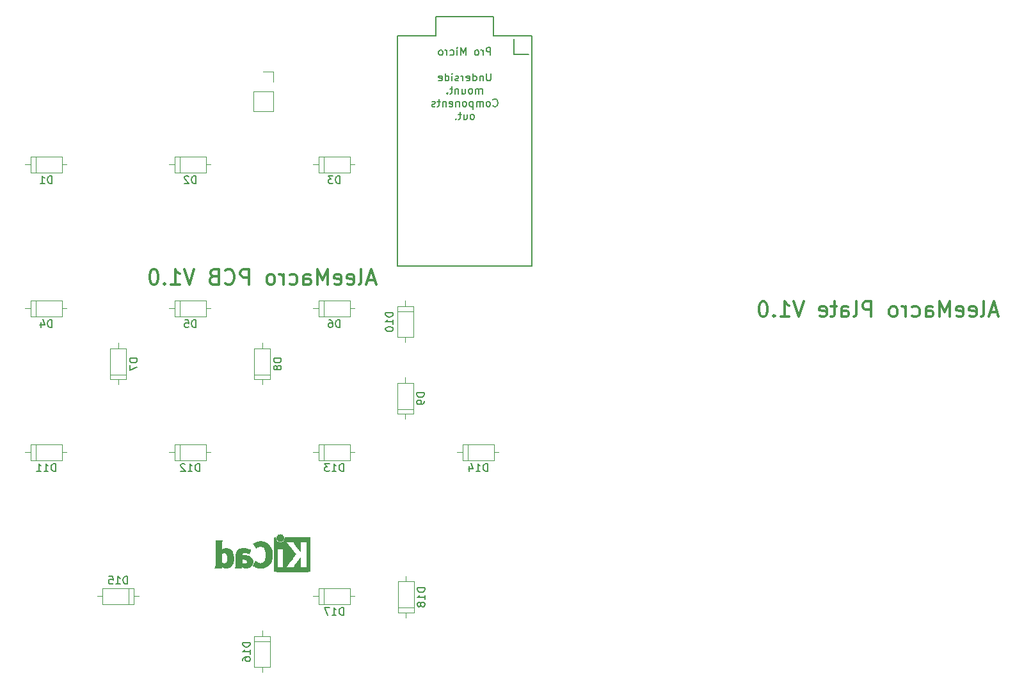
<source format=gbo>
G04 #@! TF.GenerationSoftware,KiCad,Pcbnew,(5.1.4)-1*
G04 #@! TF.CreationDate,2021-08-13T00:48:56+01:00*
G04 #@! TF.ProjectId,AleeMacro,416c6565-4d61-4637-926f-2e6b69636164,rev?*
G04 #@! TF.SameCoordinates,Original*
G04 #@! TF.FileFunction,Legend,Bot*
G04 #@! TF.FilePolarity,Positive*
%FSLAX46Y46*%
G04 Gerber Fmt 4.6, Leading zero omitted, Abs format (unit mm)*
G04 Created by KiCad (PCBNEW (5.1.4)-1) date 2021-08-13 00:48:56*
%MOMM*%
%LPD*%
G04 APERTURE LIST*
%ADD10C,0.300000*%
%ADD11C,0.200000*%
%ADD12C,0.010000*%
%ADD13C,0.150000*%
%ADD14C,0.120000*%
%ADD15C,2.650000*%
%ADD16C,2.650000*%
%ADD17C,4.387800*%
%ADD18C,2.150000*%
%ADD19R,2.100000X2.100000*%
%ADD20O,2.100000X2.100000*%
%ADD21C,3.448000*%
%ADD22O,2.000000X2.000000*%
%ADD23R,2.000000X2.000000*%
%ADD24C,1.187400*%
G04 APERTURE END LIST*
D10*
X245695404Y-82311833D02*
X244743023Y-82311833D01*
X245885880Y-82883261D02*
X245219214Y-80883261D01*
X244552547Y-82883261D01*
X243600166Y-82883261D02*
X243790642Y-82788023D01*
X243885880Y-82597547D01*
X243885880Y-80883261D01*
X242076357Y-82788023D02*
X242266833Y-82883261D01*
X242647785Y-82883261D01*
X242838261Y-82788023D01*
X242933500Y-82597547D01*
X242933500Y-81835642D01*
X242838261Y-81645166D01*
X242647785Y-81549928D01*
X242266833Y-81549928D01*
X242076357Y-81645166D01*
X241981119Y-81835642D01*
X241981119Y-82026119D01*
X242933500Y-82216595D01*
X240362071Y-82788023D02*
X240552547Y-82883261D01*
X240933500Y-82883261D01*
X241123976Y-82788023D01*
X241219214Y-82597547D01*
X241219214Y-81835642D01*
X241123976Y-81645166D01*
X240933500Y-81549928D01*
X240552547Y-81549928D01*
X240362071Y-81645166D01*
X240266833Y-81835642D01*
X240266833Y-82026119D01*
X241219214Y-82216595D01*
X239409690Y-82883261D02*
X239409690Y-80883261D01*
X238743023Y-82311833D01*
X238076357Y-80883261D01*
X238076357Y-82883261D01*
X236266833Y-82883261D02*
X236266833Y-81835642D01*
X236362071Y-81645166D01*
X236552547Y-81549928D01*
X236933500Y-81549928D01*
X237123976Y-81645166D01*
X236266833Y-82788023D02*
X236457309Y-82883261D01*
X236933500Y-82883261D01*
X237123976Y-82788023D01*
X237219214Y-82597547D01*
X237219214Y-82407071D01*
X237123976Y-82216595D01*
X236933500Y-82121357D01*
X236457309Y-82121357D01*
X236266833Y-82026119D01*
X234457309Y-82788023D02*
X234647785Y-82883261D01*
X235028738Y-82883261D01*
X235219214Y-82788023D01*
X235314452Y-82692785D01*
X235409690Y-82502309D01*
X235409690Y-81930880D01*
X235314452Y-81740404D01*
X235219214Y-81645166D01*
X235028738Y-81549928D01*
X234647785Y-81549928D01*
X234457309Y-81645166D01*
X233600166Y-82883261D02*
X233600166Y-81549928D01*
X233600166Y-81930880D02*
X233504928Y-81740404D01*
X233409690Y-81645166D01*
X233219214Y-81549928D01*
X233028738Y-81549928D01*
X232076357Y-82883261D02*
X232266833Y-82788023D01*
X232362071Y-82692785D01*
X232457309Y-82502309D01*
X232457309Y-81930880D01*
X232362071Y-81740404D01*
X232266833Y-81645166D01*
X232076357Y-81549928D01*
X231790642Y-81549928D01*
X231600166Y-81645166D01*
X231504928Y-81740404D01*
X231409690Y-81930880D01*
X231409690Y-82502309D01*
X231504928Y-82692785D01*
X231600166Y-82788023D01*
X231790642Y-82883261D01*
X232076357Y-82883261D01*
X229028738Y-82883261D02*
X229028738Y-80883261D01*
X228266833Y-80883261D01*
X228076357Y-80978500D01*
X227981119Y-81073738D01*
X227885880Y-81264214D01*
X227885880Y-81549928D01*
X227981119Y-81740404D01*
X228076357Y-81835642D01*
X228266833Y-81930880D01*
X229028738Y-81930880D01*
X226743023Y-82883261D02*
X226933500Y-82788023D01*
X227028738Y-82597547D01*
X227028738Y-80883261D01*
X225123976Y-82883261D02*
X225123976Y-81835642D01*
X225219214Y-81645166D01*
X225409690Y-81549928D01*
X225790642Y-81549928D01*
X225981119Y-81645166D01*
X225123976Y-82788023D02*
X225314452Y-82883261D01*
X225790642Y-82883261D01*
X225981119Y-82788023D01*
X226076357Y-82597547D01*
X226076357Y-82407071D01*
X225981119Y-82216595D01*
X225790642Y-82121357D01*
X225314452Y-82121357D01*
X225123976Y-82026119D01*
X224457309Y-81549928D02*
X223695404Y-81549928D01*
X224171595Y-80883261D02*
X224171595Y-82597547D01*
X224076357Y-82788023D01*
X223885880Y-82883261D01*
X223695404Y-82883261D01*
X222266833Y-82788023D02*
X222457309Y-82883261D01*
X222838261Y-82883261D01*
X223028738Y-82788023D01*
X223123976Y-82597547D01*
X223123976Y-81835642D01*
X223028738Y-81645166D01*
X222838261Y-81549928D01*
X222457309Y-81549928D01*
X222266833Y-81645166D01*
X222171595Y-81835642D01*
X222171595Y-82026119D01*
X223123976Y-82216595D01*
X220076357Y-80883261D02*
X219409690Y-82883261D01*
X218743023Y-80883261D01*
X217028738Y-82883261D02*
X218171595Y-82883261D01*
X217600166Y-82883261D02*
X217600166Y-80883261D01*
X217790642Y-81168976D01*
X217981119Y-81359452D01*
X218171595Y-81454690D01*
X216171595Y-82692785D02*
X216076357Y-82788023D01*
X216171595Y-82883261D01*
X216266833Y-82788023D01*
X216171595Y-82692785D01*
X216171595Y-82883261D01*
X214838261Y-80883261D02*
X214647785Y-80883261D01*
X214457309Y-80978500D01*
X214362071Y-81073738D01*
X214266833Y-81264214D01*
X214171595Y-81645166D01*
X214171595Y-82121357D01*
X214266833Y-82502309D01*
X214362071Y-82692785D01*
X214457309Y-82788023D01*
X214647785Y-82883261D01*
X214838261Y-82883261D01*
X215028738Y-82788023D01*
X215123976Y-82692785D01*
X215219214Y-82502309D01*
X215314452Y-82121357D01*
X215314452Y-81645166D01*
X215219214Y-81264214D01*
X215123976Y-81073738D01*
X215028738Y-80978500D01*
X214838261Y-80883261D01*
X163367761Y-78057333D02*
X162415380Y-78057333D01*
X163558238Y-78628761D02*
X162891571Y-76628761D01*
X162224904Y-78628761D01*
X161272523Y-78628761D02*
X161463000Y-78533523D01*
X161558238Y-78343047D01*
X161558238Y-76628761D01*
X159748714Y-78533523D02*
X159939190Y-78628761D01*
X160320142Y-78628761D01*
X160510619Y-78533523D01*
X160605857Y-78343047D01*
X160605857Y-77581142D01*
X160510619Y-77390666D01*
X160320142Y-77295428D01*
X159939190Y-77295428D01*
X159748714Y-77390666D01*
X159653476Y-77581142D01*
X159653476Y-77771619D01*
X160605857Y-77962095D01*
X158034428Y-78533523D02*
X158224904Y-78628761D01*
X158605857Y-78628761D01*
X158796333Y-78533523D01*
X158891571Y-78343047D01*
X158891571Y-77581142D01*
X158796333Y-77390666D01*
X158605857Y-77295428D01*
X158224904Y-77295428D01*
X158034428Y-77390666D01*
X157939190Y-77581142D01*
X157939190Y-77771619D01*
X158891571Y-77962095D01*
X157082047Y-78628761D02*
X157082047Y-76628761D01*
X156415380Y-78057333D01*
X155748714Y-76628761D01*
X155748714Y-78628761D01*
X153939190Y-78628761D02*
X153939190Y-77581142D01*
X154034428Y-77390666D01*
X154224904Y-77295428D01*
X154605857Y-77295428D01*
X154796333Y-77390666D01*
X153939190Y-78533523D02*
X154129666Y-78628761D01*
X154605857Y-78628761D01*
X154796333Y-78533523D01*
X154891571Y-78343047D01*
X154891571Y-78152571D01*
X154796333Y-77962095D01*
X154605857Y-77866857D01*
X154129666Y-77866857D01*
X153939190Y-77771619D01*
X152129666Y-78533523D02*
X152320142Y-78628761D01*
X152701095Y-78628761D01*
X152891571Y-78533523D01*
X152986809Y-78438285D01*
X153082047Y-78247809D01*
X153082047Y-77676380D01*
X152986809Y-77485904D01*
X152891571Y-77390666D01*
X152701095Y-77295428D01*
X152320142Y-77295428D01*
X152129666Y-77390666D01*
X151272523Y-78628761D02*
X151272523Y-77295428D01*
X151272523Y-77676380D02*
X151177285Y-77485904D01*
X151082047Y-77390666D01*
X150891571Y-77295428D01*
X150701095Y-77295428D01*
X149748714Y-78628761D02*
X149939190Y-78533523D01*
X150034428Y-78438285D01*
X150129666Y-78247809D01*
X150129666Y-77676380D01*
X150034428Y-77485904D01*
X149939190Y-77390666D01*
X149748714Y-77295428D01*
X149463000Y-77295428D01*
X149272523Y-77390666D01*
X149177285Y-77485904D01*
X149082047Y-77676380D01*
X149082047Y-78247809D01*
X149177285Y-78438285D01*
X149272523Y-78533523D01*
X149463000Y-78628761D01*
X149748714Y-78628761D01*
X146701095Y-78628761D02*
X146701095Y-76628761D01*
X145939190Y-76628761D01*
X145748714Y-76724000D01*
X145653476Y-76819238D01*
X145558238Y-77009714D01*
X145558238Y-77295428D01*
X145653476Y-77485904D01*
X145748714Y-77581142D01*
X145939190Y-77676380D01*
X146701095Y-77676380D01*
X143558238Y-78438285D02*
X143653476Y-78533523D01*
X143939190Y-78628761D01*
X144129666Y-78628761D01*
X144415380Y-78533523D01*
X144605857Y-78343047D01*
X144701095Y-78152571D01*
X144796333Y-77771619D01*
X144796333Y-77485904D01*
X144701095Y-77104952D01*
X144605857Y-76914476D01*
X144415380Y-76724000D01*
X144129666Y-76628761D01*
X143939190Y-76628761D01*
X143653476Y-76724000D01*
X143558238Y-76819238D01*
X142034428Y-77581142D02*
X141748714Y-77676380D01*
X141653476Y-77771619D01*
X141558238Y-77962095D01*
X141558238Y-78247809D01*
X141653476Y-78438285D01*
X141748714Y-78533523D01*
X141939190Y-78628761D01*
X142701095Y-78628761D01*
X142701095Y-76628761D01*
X142034428Y-76628761D01*
X141843952Y-76724000D01*
X141748714Y-76819238D01*
X141653476Y-77009714D01*
X141653476Y-77200190D01*
X141748714Y-77390666D01*
X141843952Y-77485904D01*
X142034428Y-77581142D01*
X142701095Y-77581142D01*
X139463000Y-76628761D02*
X138796333Y-78628761D01*
X138129666Y-76628761D01*
X136415380Y-78628761D02*
X137558238Y-78628761D01*
X136986809Y-78628761D02*
X136986809Y-76628761D01*
X137177285Y-76914476D01*
X137367761Y-77104952D01*
X137558238Y-77200190D01*
X135558238Y-78438285D02*
X135463000Y-78533523D01*
X135558238Y-78628761D01*
X135653476Y-78533523D01*
X135558238Y-78438285D01*
X135558238Y-78628761D01*
X134224904Y-76628761D02*
X134034428Y-76628761D01*
X133843952Y-76724000D01*
X133748714Y-76819238D01*
X133653476Y-77009714D01*
X133558238Y-77390666D01*
X133558238Y-77866857D01*
X133653476Y-78247809D01*
X133748714Y-78438285D01*
X133843952Y-78533523D01*
X134034428Y-78628761D01*
X134224904Y-78628761D01*
X134415380Y-78533523D01*
X134510619Y-78438285D01*
X134605857Y-78247809D01*
X134701095Y-77866857D01*
X134701095Y-77390666D01*
X134605857Y-77009714D01*
X134510619Y-76819238D01*
X134415380Y-76724000D01*
X134224904Y-76628761D01*
D11*
X181768750Y-48164750D02*
X181768750Y-46132750D01*
X183673750Y-48164750D02*
X181768750Y-48164750D01*
X178664761Y-48272380D02*
X178664761Y-47272380D01*
X178283809Y-47272380D01*
X178188571Y-47320000D01*
X178140952Y-47367619D01*
X178093333Y-47462857D01*
X178093333Y-47605714D01*
X178140952Y-47700952D01*
X178188571Y-47748571D01*
X178283809Y-47796190D01*
X178664761Y-47796190D01*
X177664761Y-48272380D02*
X177664761Y-47605714D01*
X177664761Y-47796190D02*
X177617142Y-47700952D01*
X177569523Y-47653333D01*
X177474285Y-47605714D01*
X177379047Y-47605714D01*
X176902857Y-48272380D02*
X176998095Y-48224761D01*
X177045714Y-48177142D01*
X177093333Y-48081904D01*
X177093333Y-47796190D01*
X177045714Y-47700952D01*
X176998095Y-47653333D01*
X176902857Y-47605714D01*
X176760000Y-47605714D01*
X176664761Y-47653333D01*
X176617142Y-47700952D01*
X176569523Y-47796190D01*
X176569523Y-48081904D01*
X176617142Y-48177142D01*
X176664761Y-48224761D01*
X176760000Y-48272380D01*
X176902857Y-48272380D01*
X175379047Y-48272380D02*
X175379047Y-47272380D01*
X175045714Y-47986666D01*
X174712380Y-47272380D01*
X174712380Y-48272380D01*
X174236190Y-48272380D02*
X174236190Y-47605714D01*
X174236190Y-47272380D02*
X174283809Y-47320000D01*
X174236190Y-47367619D01*
X174188571Y-47320000D01*
X174236190Y-47272380D01*
X174236190Y-47367619D01*
X173331428Y-48224761D02*
X173426666Y-48272380D01*
X173617142Y-48272380D01*
X173712380Y-48224761D01*
X173760000Y-48177142D01*
X173807619Y-48081904D01*
X173807619Y-47796190D01*
X173760000Y-47700952D01*
X173712380Y-47653333D01*
X173617142Y-47605714D01*
X173426666Y-47605714D01*
X173331428Y-47653333D01*
X172902857Y-48272380D02*
X172902857Y-47605714D01*
X172902857Y-47796190D02*
X172855238Y-47700952D01*
X172807619Y-47653333D01*
X172712380Y-47605714D01*
X172617142Y-47605714D01*
X172140952Y-48272380D02*
X172236190Y-48224761D01*
X172283809Y-48177142D01*
X172331428Y-48081904D01*
X172331428Y-47796190D01*
X172283809Y-47700952D01*
X172236190Y-47653333D01*
X172140952Y-47605714D01*
X171998095Y-47605714D01*
X171902857Y-47653333D01*
X171855238Y-47700952D01*
X171807619Y-47796190D01*
X171807619Y-48081904D01*
X171855238Y-48177142D01*
X171902857Y-48224761D01*
X171998095Y-48272380D01*
X172140952Y-48272380D01*
X178712380Y-50672380D02*
X178712380Y-51481904D01*
X178664761Y-51577142D01*
X178617142Y-51624761D01*
X178521904Y-51672380D01*
X178331428Y-51672380D01*
X178236190Y-51624761D01*
X178188571Y-51577142D01*
X178140952Y-51481904D01*
X178140952Y-50672380D01*
X177664761Y-51005714D02*
X177664761Y-51672380D01*
X177664761Y-51100952D02*
X177617142Y-51053333D01*
X177521904Y-51005714D01*
X177379047Y-51005714D01*
X177283809Y-51053333D01*
X177236190Y-51148571D01*
X177236190Y-51672380D01*
X176331428Y-51672380D02*
X176331428Y-50672380D01*
X176331428Y-51624761D02*
X176426666Y-51672380D01*
X176617142Y-51672380D01*
X176712380Y-51624761D01*
X176760000Y-51577142D01*
X176807619Y-51481904D01*
X176807619Y-51196190D01*
X176760000Y-51100952D01*
X176712380Y-51053333D01*
X176617142Y-51005714D01*
X176426666Y-51005714D01*
X176331428Y-51053333D01*
X175474285Y-51624761D02*
X175569523Y-51672380D01*
X175760000Y-51672380D01*
X175855238Y-51624761D01*
X175902857Y-51529523D01*
X175902857Y-51148571D01*
X175855238Y-51053333D01*
X175760000Y-51005714D01*
X175569523Y-51005714D01*
X175474285Y-51053333D01*
X175426666Y-51148571D01*
X175426666Y-51243809D01*
X175902857Y-51339047D01*
X174998095Y-51672380D02*
X174998095Y-51005714D01*
X174998095Y-51196190D02*
X174950476Y-51100952D01*
X174902857Y-51053333D01*
X174807619Y-51005714D01*
X174712380Y-51005714D01*
X174426666Y-51624761D02*
X174331428Y-51672380D01*
X174140952Y-51672380D01*
X174045714Y-51624761D01*
X173998095Y-51529523D01*
X173998095Y-51481904D01*
X174045714Y-51386666D01*
X174140952Y-51339047D01*
X174283809Y-51339047D01*
X174379047Y-51291428D01*
X174426666Y-51196190D01*
X174426666Y-51148571D01*
X174379047Y-51053333D01*
X174283809Y-51005714D01*
X174140952Y-51005714D01*
X174045714Y-51053333D01*
X173569523Y-51672380D02*
X173569523Y-51005714D01*
X173569523Y-50672380D02*
X173617142Y-50720000D01*
X173569523Y-50767619D01*
X173521904Y-50720000D01*
X173569523Y-50672380D01*
X173569523Y-50767619D01*
X172664761Y-51672380D02*
X172664761Y-50672380D01*
X172664761Y-51624761D02*
X172760000Y-51672380D01*
X172950476Y-51672380D01*
X173045714Y-51624761D01*
X173093333Y-51577142D01*
X173140952Y-51481904D01*
X173140952Y-51196190D01*
X173093333Y-51100952D01*
X173045714Y-51053333D01*
X172950476Y-51005714D01*
X172760000Y-51005714D01*
X172664761Y-51053333D01*
X171807619Y-51624761D02*
X171902857Y-51672380D01*
X172093333Y-51672380D01*
X172188571Y-51624761D01*
X172236190Y-51529523D01*
X172236190Y-51148571D01*
X172188571Y-51053333D01*
X172093333Y-51005714D01*
X171902857Y-51005714D01*
X171807619Y-51053333D01*
X171760000Y-51148571D01*
X171760000Y-51243809D01*
X172236190Y-51339047D01*
X177569523Y-53372380D02*
X177569523Y-52705714D01*
X177569523Y-52800952D02*
X177521904Y-52753333D01*
X177426666Y-52705714D01*
X177283809Y-52705714D01*
X177188571Y-52753333D01*
X177140952Y-52848571D01*
X177140952Y-53372380D01*
X177140952Y-52848571D02*
X177093333Y-52753333D01*
X176998095Y-52705714D01*
X176855238Y-52705714D01*
X176760000Y-52753333D01*
X176712380Y-52848571D01*
X176712380Y-53372380D01*
X176093333Y-53372380D02*
X176188571Y-53324761D01*
X176236190Y-53277142D01*
X176283809Y-53181904D01*
X176283809Y-52896190D01*
X176236190Y-52800952D01*
X176188571Y-52753333D01*
X176093333Y-52705714D01*
X175950476Y-52705714D01*
X175855238Y-52753333D01*
X175807619Y-52800952D01*
X175760000Y-52896190D01*
X175760000Y-53181904D01*
X175807619Y-53277142D01*
X175855238Y-53324761D01*
X175950476Y-53372380D01*
X176093333Y-53372380D01*
X174902857Y-52705714D02*
X174902857Y-53372380D01*
X175331428Y-52705714D02*
X175331428Y-53229523D01*
X175283809Y-53324761D01*
X175188571Y-53372380D01*
X175045714Y-53372380D01*
X174950476Y-53324761D01*
X174902857Y-53277142D01*
X174426666Y-52705714D02*
X174426666Y-53372380D01*
X174426666Y-52800952D02*
X174379047Y-52753333D01*
X174283809Y-52705714D01*
X174140952Y-52705714D01*
X174045714Y-52753333D01*
X173998095Y-52848571D01*
X173998095Y-53372380D01*
X173664761Y-52705714D02*
X173283809Y-52705714D01*
X173521904Y-52372380D02*
X173521904Y-53229523D01*
X173474285Y-53324761D01*
X173379047Y-53372380D01*
X173283809Y-53372380D01*
X172950476Y-53277142D02*
X172902857Y-53324761D01*
X172950476Y-53372380D01*
X172998095Y-53324761D01*
X172950476Y-53277142D01*
X172950476Y-53372380D01*
X178998095Y-54977142D02*
X179045714Y-55024761D01*
X179188571Y-55072380D01*
X179283809Y-55072380D01*
X179426666Y-55024761D01*
X179521904Y-54929523D01*
X179569523Y-54834285D01*
X179617142Y-54643809D01*
X179617142Y-54500952D01*
X179569523Y-54310476D01*
X179521904Y-54215238D01*
X179426666Y-54120000D01*
X179283809Y-54072380D01*
X179188571Y-54072380D01*
X179045714Y-54120000D01*
X178998095Y-54167619D01*
X178426666Y-55072380D02*
X178521904Y-55024761D01*
X178569523Y-54977142D01*
X178617142Y-54881904D01*
X178617142Y-54596190D01*
X178569523Y-54500952D01*
X178521904Y-54453333D01*
X178426666Y-54405714D01*
X178283809Y-54405714D01*
X178188571Y-54453333D01*
X178140952Y-54500952D01*
X178093333Y-54596190D01*
X178093333Y-54881904D01*
X178140952Y-54977142D01*
X178188571Y-55024761D01*
X178283809Y-55072380D01*
X178426666Y-55072380D01*
X177664761Y-55072380D02*
X177664761Y-54405714D01*
X177664761Y-54500952D02*
X177617142Y-54453333D01*
X177521904Y-54405714D01*
X177379047Y-54405714D01*
X177283809Y-54453333D01*
X177236190Y-54548571D01*
X177236190Y-55072380D01*
X177236190Y-54548571D02*
X177188571Y-54453333D01*
X177093333Y-54405714D01*
X176950476Y-54405714D01*
X176855238Y-54453333D01*
X176807619Y-54548571D01*
X176807619Y-55072380D01*
X176331428Y-54405714D02*
X176331428Y-55405714D01*
X176331428Y-54453333D02*
X176236190Y-54405714D01*
X176045714Y-54405714D01*
X175950476Y-54453333D01*
X175902857Y-54500952D01*
X175855238Y-54596190D01*
X175855238Y-54881904D01*
X175902857Y-54977142D01*
X175950476Y-55024761D01*
X176045714Y-55072380D01*
X176236190Y-55072380D01*
X176331428Y-55024761D01*
X175283809Y-55072380D02*
X175379047Y-55024761D01*
X175426666Y-54977142D01*
X175474285Y-54881904D01*
X175474285Y-54596190D01*
X175426666Y-54500952D01*
X175379047Y-54453333D01*
X175283809Y-54405714D01*
X175140952Y-54405714D01*
X175045714Y-54453333D01*
X174998095Y-54500952D01*
X174950476Y-54596190D01*
X174950476Y-54881904D01*
X174998095Y-54977142D01*
X175045714Y-55024761D01*
X175140952Y-55072380D01*
X175283809Y-55072380D01*
X174521904Y-54405714D02*
X174521904Y-55072380D01*
X174521904Y-54500952D02*
X174474285Y-54453333D01*
X174379047Y-54405714D01*
X174236190Y-54405714D01*
X174140952Y-54453333D01*
X174093333Y-54548571D01*
X174093333Y-55072380D01*
X173236190Y-55024761D02*
X173331428Y-55072380D01*
X173521904Y-55072380D01*
X173617142Y-55024761D01*
X173664761Y-54929523D01*
X173664761Y-54548571D01*
X173617142Y-54453333D01*
X173521904Y-54405714D01*
X173331428Y-54405714D01*
X173236190Y-54453333D01*
X173188571Y-54548571D01*
X173188571Y-54643809D01*
X173664761Y-54739047D01*
X172760000Y-54405714D02*
X172760000Y-55072380D01*
X172760000Y-54500952D02*
X172712380Y-54453333D01*
X172617142Y-54405714D01*
X172474285Y-54405714D01*
X172379047Y-54453333D01*
X172331428Y-54548571D01*
X172331428Y-55072380D01*
X171998095Y-54405714D02*
X171617142Y-54405714D01*
X171855238Y-54072380D02*
X171855238Y-54929523D01*
X171807619Y-55024761D01*
X171712380Y-55072380D01*
X171617142Y-55072380D01*
X171331428Y-55024761D02*
X171236190Y-55072380D01*
X171045714Y-55072380D01*
X170950476Y-55024761D01*
X170902857Y-54929523D01*
X170902857Y-54881904D01*
X170950476Y-54786666D01*
X171045714Y-54739047D01*
X171188571Y-54739047D01*
X171283809Y-54691428D01*
X171331428Y-54596190D01*
X171331428Y-54548571D01*
X171283809Y-54453333D01*
X171188571Y-54405714D01*
X171045714Y-54405714D01*
X170950476Y-54453333D01*
X176307619Y-56772380D02*
X176402857Y-56724761D01*
X176450476Y-56677142D01*
X176498095Y-56581904D01*
X176498095Y-56296190D01*
X176450476Y-56200952D01*
X176402857Y-56153333D01*
X176307619Y-56105714D01*
X176164761Y-56105714D01*
X176069523Y-56153333D01*
X176021904Y-56200952D01*
X175974285Y-56296190D01*
X175974285Y-56581904D01*
X176021904Y-56677142D01*
X176069523Y-56724761D01*
X176164761Y-56772380D01*
X176307619Y-56772380D01*
X175117142Y-56105714D02*
X175117142Y-56772380D01*
X175545714Y-56105714D02*
X175545714Y-56629523D01*
X175498095Y-56724761D01*
X175402857Y-56772380D01*
X175260000Y-56772380D01*
X175164761Y-56724761D01*
X175117142Y-56677142D01*
X174783809Y-56105714D02*
X174402857Y-56105714D01*
X174640952Y-55772380D02*
X174640952Y-56629523D01*
X174593333Y-56724761D01*
X174498095Y-56772380D01*
X174402857Y-56772380D01*
X174069523Y-56677142D02*
X174021904Y-56724761D01*
X174069523Y-56772380D01*
X174117142Y-56724761D01*
X174069523Y-56677142D01*
X174069523Y-56772380D01*
D12*
G36*
X150736043Y-111707571D02*
G01*
X150639768Y-111731809D01*
X150553184Y-111774641D01*
X150478373Y-111834419D01*
X150417418Y-111909494D01*
X150372399Y-111998220D01*
X150346136Y-112094530D01*
X150340286Y-112191795D01*
X150355140Y-112285654D01*
X150388840Y-112373511D01*
X150439528Y-112452770D01*
X150505345Y-112520836D01*
X150584434Y-112575112D01*
X150674934Y-112613002D01*
X150726200Y-112625426D01*
X150770698Y-112632947D01*
X150804999Y-112635919D01*
X150837960Y-112634094D01*
X150878434Y-112627225D01*
X150911531Y-112620250D01*
X151004947Y-112588741D01*
X151088619Y-112537617D01*
X151160665Y-112468429D01*
X151219200Y-112382728D01*
X151233148Y-112355489D01*
X151249586Y-112319122D01*
X151259894Y-112288582D01*
X151265460Y-112256450D01*
X151267669Y-112215307D01*
X151267948Y-112169222D01*
X151263861Y-112084865D01*
X151250446Y-112015586D01*
X151225256Y-111954961D01*
X151185846Y-111896567D01*
X151147298Y-111852302D01*
X151075406Y-111786484D01*
X151000313Y-111741053D01*
X150917562Y-111713850D01*
X150839928Y-111703576D01*
X150736043Y-111707571D01*
X150736043Y-111707571D01*
G37*
X150736043Y-111707571D02*
X150639768Y-111731809D01*
X150553184Y-111774641D01*
X150478373Y-111834419D01*
X150417418Y-111909494D01*
X150372399Y-111998220D01*
X150346136Y-112094530D01*
X150340286Y-112191795D01*
X150355140Y-112285654D01*
X150388840Y-112373511D01*
X150439528Y-112452770D01*
X150505345Y-112520836D01*
X150584434Y-112575112D01*
X150674934Y-112613002D01*
X150726200Y-112625426D01*
X150770698Y-112632947D01*
X150804999Y-112635919D01*
X150837960Y-112634094D01*
X150878434Y-112627225D01*
X150911531Y-112620250D01*
X151004947Y-112588741D01*
X151088619Y-112537617D01*
X151160665Y-112468429D01*
X151219200Y-112382728D01*
X151233148Y-112355489D01*
X151249586Y-112319122D01*
X151259894Y-112288582D01*
X151265460Y-112256450D01*
X151267669Y-112215307D01*
X151267948Y-112169222D01*
X151263861Y-112084865D01*
X151250446Y-112015586D01*
X151225256Y-111954961D01*
X151185846Y-111896567D01*
X151147298Y-111852302D01*
X151075406Y-111786484D01*
X151000313Y-111741053D01*
X150917562Y-111713850D01*
X150839928Y-111703576D01*
X150736043Y-111707571D01*
G36*
X142276493Y-114153245D02*
G01*
X142276474Y-114387662D01*
X142276448Y-114600603D01*
X142276375Y-114793168D01*
X142276218Y-114966459D01*
X142275936Y-115121576D01*
X142275491Y-115259620D01*
X142274844Y-115381692D01*
X142273955Y-115488894D01*
X142272787Y-115582326D01*
X142271299Y-115663090D01*
X142269454Y-115732286D01*
X142267211Y-115791015D01*
X142264531Y-115840379D01*
X142261377Y-115881478D01*
X142257708Y-115915413D01*
X142253487Y-115943286D01*
X142248673Y-115966198D01*
X142243227Y-115985249D01*
X142237112Y-116001540D01*
X142230288Y-116016173D01*
X142222715Y-116030249D01*
X142214355Y-116044868D01*
X142209161Y-116053974D01*
X142174896Y-116114689D01*
X143033045Y-116114689D01*
X143033045Y-116018733D01*
X143033776Y-115975370D01*
X143035728Y-115942205D01*
X143038537Y-115924424D01*
X143039779Y-115922778D01*
X143051201Y-115929662D01*
X143073916Y-115947505D01*
X143096615Y-115966879D01*
X143151200Y-116007614D01*
X143220679Y-116048617D01*
X143297730Y-116086123D01*
X143375035Y-116116364D01*
X143405887Y-116126012D01*
X143474384Y-116140578D01*
X143557236Y-116150539D01*
X143646629Y-116155583D01*
X143734752Y-116155396D01*
X143813793Y-116149666D01*
X143851489Y-116143858D01*
X143989586Y-116105797D01*
X144116887Y-116048073D01*
X144232708Y-115971211D01*
X144336363Y-115875739D01*
X144427167Y-115762179D01*
X144493969Y-115651381D01*
X144548836Y-115534625D01*
X144590837Y-115415276D01*
X144620833Y-115289283D01*
X144639689Y-115152594D01*
X144648268Y-115001158D01*
X144648994Y-114923711D01*
X144646900Y-114866934D01*
X143817783Y-114866934D01*
X143817576Y-114960002D01*
X143814663Y-115047692D01*
X143809000Y-115124772D01*
X143800545Y-115186009D01*
X143797962Y-115198350D01*
X143766160Y-115305633D01*
X143724502Y-115392658D01*
X143672637Y-115459642D01*
X143610219Y-115506805D01*
X143536900Y-115534365D01*
X143452331Y-115542541D01*
X143356165Y-115531551D01*
X143292689Y-115515829D01*
X143243546Y-115497639D01*
X143189417Y-115471791D01*
X143148756Y-115448089D01*
X143078200Y-115401721D01*
X143078200Y-114251530D01*
X143145608Y-114207962D01*
X143224133Y-114167040D01*
X143308319Y-114140389D01*
X143393443Y-114128465D01*
X143474784Y-114131722D01*
X143547620Y-114150615D01*
X143579574Y-114166184D01*
X143637499Y-114209181D01*
X143686456Y-114265953D01*
X143727610Y-114338575D01*
X143762126Y-114429121D01*
X143791167Y-114539666D01*
X143792448Y-114545533D01*
X143802619Y-114607788D01*
X143810261Y-114685594D01*
X143815330Y-114773720D01*
X143817783Y-114866934D01*
X144646900Y-114866934D01*
X144641143Y-114710895D01*
X144619198Y-114515059D01*
X144583214Y-114336332D01*
X144533241Y-114174845D01*
X144469332Y-114030726D01*
X144391538Y-113904106D01*
X144299911Y-113795115D01*
X144194503Y-113703883D01*
X144149338Y-113672932D01*
X144048389Y-113616785D01*
X143945099Y-113577174D01*
X143835011Y-113553014D01*
X143713670Y-113543219D01*
X143621164Y-113544265D01*
X143491510Y-113555231D01*
X143378916Y-113577046D01*
X143280125Y-113610714D01*
X143191879Y-113657236D01*
X143143014Y-113691448D01*
X143113647Y-113713362D01*
X143091957Y-113728333D01*
X143083747Y-113732733D01*
X143082132Y-113721904D01*
X143080841Y-113691251D01*
X143079862Y-113643526D01*
X143079183Y-113581479D01*
X143078790Y-113507862D01*
X143078670Y-113425427D01*
X143078812Y-113336925D01*
X143079203Y-113245107D01*
X143079829Y-113152724D01*
X143080680Y-113062528D01*
X143081740Y-112977271D01*
X143082999Y-112899703D01*
X143084444Y-112832576D01*
X143086062Y-112778641D01*
X143087839Y-112740650D01*
X143088331Y-112733667D01*
X143095908Y-112663251D01*
X143107469Y-112608102D01*
X143125208Y-112560981D01*
X143151318Y-112514647D01*
X143157585Y-112505067D01*
X143182017Y-112468378D01*
X142276689Y-112468378D01*
X142276493Y-114153245D01*
X142276493Y-114153245D01*
G37*
X142276493Y-114153245D02*
X142276474Y-114387662D01*
X142276448Y-114600603D01*
X142276375Y-114793168D01*
X142276218Y-114966459D01*
X142275936Y-115121576D01*
X142275491Y-115259620D01*
X142274844Y-115381692D01*
X142273955Y-115488894D01*
X142272787Y-115582326D01*
X142271299Y-115663090D01*
X142269454Y-115732286D01*
X142267211Y-115791015D01*
X142264531Y-115840379D01*
X142261377Y-115881478D01*
X142257708Y-115915413D01*
X142253487Y-115943286D01*
X142248673Y-115966198D01*
X142243227Y-115985249D01*
X142237112Y-116001540D01*
X142230288Y-116016173D01*
X142222715Y-116030249D01*
X142214355Y-116044868D01*
X142209161Y-116053974D01*
X142174896Y-116114689D01*
X143033045Y-116114689D01*
X143033045Y-116018733D01*
X143033776Y-115975370D01*
X143035728Y-115942205D01*
X143038537Y-115924424D01*
X143039779Y-115922778D01*
X143051201Y-115929662D01*
X143073916Y-115947505D01*
X143096615Y-115966879D01*
X143151200Y-116007614D01*
X143220679Y-116048617D01*
X143297730Y-116086123D01*
X143375035Y-116116364D01*
X143405887Y-116126012D01*
X143474384Y-116140578D01*
X143557236Y-116150539D01*
X143646629Y-116155583D01*
X143734752Y-116155396D01*
X143813793Y-116149666D01*
X143851489Y-116143858D01*
X143989586Y-116105797D01*
X144116887Y-116048073D01*
X144232708Y-115971211D01*
X144336363Y-115875739D01*
X144427167Y-115762179D01*
X144493969Y-115651381D01*
X144548836Y-115534625D01*
X144590837Y-115415276D01*
X144620833Y-115289283D01*
X144639689Y-115152594D01*
X144648268Y-115001158D01*
X144648994Y-114923711D01*
X144646900Y-114866934D01*
X143817783Y-114866934D01*
X143817576Y-114960002D01*
X143814663Y-115047692D01*
X143809000Y-115124772D01*
X143800545Y-115186009D01*
X143797962Y-115198350D01*
X143766160Y-115305633D01*
X143724502Y-115392658D01*
X143672637Y-115459642D01*
X143610219Y-115506805D01*
X143536900Y-115534365D01*
X143452331Y-115542541D01*
X143356165Y-115531551D01*
X143292689Y-115515829D01*
X143243546Y-115497639D01*
X143189417Y-115471791D01*
X143148756Y-115448089D01*
X143078200Y-115401721D01*
X143078200Y-114251530D01*
X143145608Y-114207962D01*
X143224133Y-114167040D01*
X143308319Y-114140389D01*
X143393443Y-114128465D01*
X143474784Y-114131722D01*
X143547620Y-114150615D01*
X143579574Y-114166184D01*
X143637499Y-114209181D01*
X143686456Y-114265953D01*
X143727610Y-114338575D01*
X143762126Y-114429121D01*
X143791167Y-114539666D01*
X143792448Y-114545533D01*
X143802619Y-114607788D01*
X143810261Y-114685594D01*
X143815330Y-114773720D01*
X143817783Y-114866934D01*
X144646900Y-114866934D01*
X144641143Y-114710895D01*
X144619198Y-114515059D01*
X144583214Y-114336332D01*
X144533241Y-114174845D01*
X144469332Y-114030726D01*
X144391538Y-113904106D01*
X144299911Y-113795115D01*
X144194503Y-113703883D01*
X144149338Y-113672932D01*
X144048389Y-113616785D01*
X143945099Y-113577174D01*
X143835011Y-113553014D01*
X143713670Y-113543219D01*
X143621164Y-113544265D01*
X143491510Y-113555231D01*
X143378916Y-113577046D01*
X143280125Y-113610714D01*
X143191879Y-113657236D01*
X143143014Y-113691448D01*
X143113647Y-113713362D01*
X143091957Y-113728333D01*
X143083747Y-113732733D01*
X143082132Y-113721904D01*
X143080841Y-113691251D01*
X143079862Y-113643526D01*
X143079183Y-113581479D01*
X143078790Y-113507862D01*
X143078670Y-113425427D01*
X143078812Y-113336925D01*
X143079203Y-113245107D01*
X143079829Y-113152724D01*
X143080680Y-113062528D01*
X143081740Y-112977271D01*
X143082999Y-112899703D01*
X143084444Y-112832576D01*
X143086062Y-112778641D01*
X143087839Y-112740650D01*
X143088331Y-112733667D01*
X143095908Y-112663251D01*
X143107469Y-112608102D01*
X143125208Y-112560981D01*
X143151318Y-112514647D01*
X143157585Y-112505067D01*
X143182017Y-112468378D01*
X142276689Y-112468378D01*
X142276493Y-114153245D01*
G36*
X145789426Y-113547552D02*
G01*
X145637508Y-113567567D01*
X145502244Y-113601202D01*
X145382761Y-113648725D01*
X145278185Y-113710405D01*
X145200576Y-113773965D01*
X145131735Y-113848099D01*
X145077994Y-113927871D01*
X145035090Y-114020091D01*
X145019616Y-114063161D01*
X145006756Y-114102142D01*
X144995554Y-114138289D01*
X144985880Y-114173434D01*
X144977604Y-114209410D01*
X144970597Y-114248050D01*
X144964728Y-114291185D01*
X144959869Y-114340649D01*
X144955890Y-114398273D01*
X144952660Y-114465891D01*
X144950051Y-114545334D01*
X144947933Y-114638436D01*
X144946176Y-114747027D01*
X144944651Y-114872942D01*
X144943228Y-115018012D01*
X144941975Y-115160778D01*
X144940649Y-115316968D01*
X144939444Y-115452239D01*
X144938234Y-115568246D01*
X144936894Y-115666645D01*
X144935300Y-115749093D01*
X144933325Y-115817246D01*
X144930844Y-115872760D01*
X144927731Y-115917292D01*
X144923862Y-115952498D01*
X144919111Y-115980034D01*
X144913352Y-116001556D01*
X144906461Y-116018722D01*
X144898311Y-116033186D01*
X144888777Y-116046606D01*
X144877734Y-116060638D01*
X144873434Y-116066071D01*
X144857614Y-116088910D01*
X144850578Y-116104463D01*
X144850556Y-116104922D01*
X144861433Y-116107121D01*
X144892418Y-116109147D01*
X144941043Y-116110942D01*
X145004837Y-116112451D01*
X145081331Y-116113616D01*
X145168056Y-116114380D01*
X145262543Y-116114686D01*
X145273450Y-116114689D01*
X145696343Y-116114689D01*
X145699605Y-116018622D01*
X145702867Y-115922556D01*
X145764956Y-115973543D01*
X145862286Y-116041057D01*
X145972187Y-116095749D01*
X146058651Y-116125978D01*
X146127722Y-116140666D01*
X146211075Y-116150659D01*
X146300841Y-116155646D01*
X146389155Y-116155313D01*
X146468149Y-116149351D01*
X146504378Y-116143638D01*
X146644397Y-116105776D01*
X146770822Y-116050932D01*
X146882740Y-115979924D01*
X146979238Y-115893568D01*
X147059400Y-115792679D01*
X147122313Y-115678076D01*
X147166688Y-115551984D01*
X147179022Y-115495401D01*
X147186632Y-115433202D01*
X147190261Y-115358363D01*
X147190755Y-115324467D01*
X147190690Y-115321282D01*
X146430752Y-115321282D01*
X146421459Y-115396333D01*
X146393272Y-115460160D01*
X146344803Y-115515798D01*
X146339746Y-115520211D01*
X146291452Y-115555037D01*
X146239743Y-115577620D01*
X146179011Y-115589540D01*
X146103648Y-115592383D01*
X146085541Y-115591978D01*
X146031722Y-115589325D01*
X145991692Y-115583909D01*
X145956676Y-115573745D01*
X145917897Y-115556850D01*
X145907255Y-115551672D01*
X145846604Y-115515844D01*
X145799785Y-115473212D01*
X145787048Y-115457973D01*
X145742378Y-115401462D01*
X145742378Y-115205586D01*
X145742914Y-115126939D01*
X145744604Y-115068988D01*
X145747572Y-115029875D01*
X145751943Y-115007741D01*
X145756028Y-115001274D01*
X145771953Y-114998111D01*
X145805736Y-114995488D01*
X145852660Y-114993655D01*
X145908007Y-114992857D01*
X145916894Y-114992842D01*
X146037670Y-114998096D01*
X146140340Y-115014263D01*
X146226894Y-115041961D01*
X146299319Y-115081808D01*
X146354249Y-115128758D01*
X146398796Y-115186645D01*
X146423520Y-115249693D01*
X146430752Y-115321282D01*
X147190690Y-115321282D01*
X147188822Y-115230712D01*
X147180478Y-115151812D01*
X147164232Y-115080590D01*
X147138595Y-115009864D01*
X147114599Y-114957493D01*
X147055980Y-114862196D01*
X146977883Y-114774170D01*
X146882685Y-114695017D01*
X146772762Y-114626340D01*
X146650490Y-114569741D01*
X146518245Y-114526821D01*
X146453578Y-114511882D01*
X146317396Y-114489777D01*
X146168951Y-114475194D01*
X146017495Y-114468813D01*
X145890936Y-114470445D01*
X145729050Y-114477224D01*
X145736470Y-114418245D01*
X145755762Y-114319092D01*
X145786896Y-114238372D01*
X145830731Y-114175466D01*
X145888129Y-114129756D01*
X145959952Y-114100622D01*
X146047059Y-114087447D01*
X146150314Y-114089611D01*
X146188289Y-114093612D01*
X146329480Y-114118780D01*
X146466293Y-114159814D01*
X146560822Y-114197815D01*
X146605982Y-114217190D01*
X146644415Y-114232760D01*
X146670766Y-114242405D01*
X146678454Y-114244452D01*
X146688198Y-114235374D01*
X146704917Y-114206405D01*
X146728768Y-114157217D01*
X146759907Y-114087484D01*
X146798493Y-113996879D01*
X146805090Y-113981089D01*
X146835147Y-113908772D01*
X146862126Y-113843425D01*
X146884864Y-113787906D01*
X146902194Y-113745072D01*
X146912952Y-113717781D01*
X146916059Y-113708942D01*
X146906060Y-113704187D01*
X146879783Y-113698910D01*
X146851511Y-113695231D01*
X146821354Y-113690474D01*
X146773567Y-113681028D01*
X146712388Y-113667820D01*
X146642054Y-113651776D01*
X146566806Y-113633820D01*
X146538245Y-113626797D01*
X146433184Y-113601209D01*
X146345520Y-113581147D01*
X146270932Y-113565969D01*
X146205097Y-113555035D01*
X146143693Y-113547704D01*
X146082398Y-113543335D01*
X146016890Y-113541287D01*
X145958872Y-113540889D01*
X145789426Y-113547552D01*
X145789426Y-113547552D01*
G37*
X145789426Y-113547552D02*
X145637508Y-113567567D01*
X145502244Y-113601202D01*
X145382761Y-113648725D01*
X145278185Y-113710405D01*
X145200576Y-113773965D01*
X145131735Y-113848099D01*
X145077994Y-113927871D01*
X145035090Y-114020091D01*
X145019616Y-114063161D01*
X145006756Y-114102142D01*
X144995554Y-114138289D01*
X144985880Y-114173434D01*
X144977604Y-114209410D01*
X144970597Y-114248050D01*
X144964728Y-114291185D01*
X144959869Y-114340649D01*
X144955890Y-114398273D01*
X144952660Y-114465891D01*
X144950051Y-114545334D01*
X144947933Y-114638436D01*
X144946176Y-114747027D01*
X144944651Y-114872942D01*
X144943228Y-115018012D01*
X144941975Y-115160778D01*
X144940649Y-115316968D01*
X144939444Y-115452239D01*
X144938234Y-115568246D01*
X144936894Y-115666645D01*
X144935300Y-115749093D01*
X144933325Y-115817246D01*
X144930844Y-115872760D01*
X144927731Y-115917292D01*
X144923862Y-115952498D01*
X144919111Y-115980034D01*
X144913352Y-116001556D01*
X144906461Y-116018722D01*
X144898311Y-116033186D01*
X144888777Y-116046606D01*
X144877734Y-116060638D01*
X144873434Y-116066071D01*
X144857614Y-116088910D01*
X144850578Y-116104463D01*
X144850556Y-116104922D01*
X144861433Y-116107121D01*
X144892418Y-116109147D01*
X144941043Y-116110942D01*
X145004837Y-116112451D01*
X145081331Y-116113616D01*
X145168056Y-116114380D01*
X145262543Y-116114686D01*
X145273450Y-116114689D01*
X145696343Y-116114689D01*
X145699605Y-116018622D01*
X145702867Y-115922556D01*
X145764956Y-115973543D01*
X145862286Y-116041057D01*
X145972187Y-116095749D01*
X146058651Y-116125978D01*
X146127722Y-116140666D01*
X146211075Y-116150659D01*
X146300841Y-116155646D01*
X146389155Y-116155313D01*
X146468149Y-116149351D01*
X146504378Y-116143638D01*
X146644397Y-116105776D01*
X146770822Y-116050932D01*
X146882740Y-115979924D01*
X146979238Y-115893568D01*
X147059400Y-115792679D01*
X147122313Y-115678076D01*
X147166688Y-115551984D01*
X147179022Y-115495401D01*
X147186632Y-115433202D01*
X147190261Y-115358363D01*
X147190755Y-115324467D01*
X147190690Y-115321282D01*
X146430752Y-115321282D01*
X146421459Y-115396333D01*
X146393272Y-115460160D01*
X146344803Y-115515798D01*
X146339746Y-115520211D01*
X146291452Y-115555037D01*
X146239743Y-115577620D01*
X146179011Y-115589540D01*
X146103648Y-115592383D01*
X146085541Y-115591978D01*
X146031722Y-115589325D01*
X145991692Y-115583909D01*
X145956676Y-115573745D01*
X145917897Y-115556850D01*
X145907255Y-115551672D01*
X145846604Y-115515844D01*
X145799785Y-115473212D01*
X145787048Y-115457973D01*
X145742378Y-115401462D01*
X145742378Y-115205586D01*
X145742914Y-115126939D01*
X145744604Y-115068988D01*
X145747572Y-115029875D01*
X145751943Y-115007741D01*
X145756028Y-115001274D01*
X145771953Y-114998111D01*
X145805736Y-114995488D01*
X145852660Y-114993655D01*
X145908007Y-114992857D01*
X145916894Y-114992842D01*
X146037670Y-114998096D01*
X146140340Y-115014263D01*
X146226894Y-115041961D01*
X146299319Y-115081808D01*
X146354249Y-115128758D01*
X146398796Y-115186645D01*
X146423520Y-115249693D01*
X146430752Y-115321282D01*
X147190690Y-115321282D01*
X147188822Y-115230712D01*
X147180478Y-115151812D01*
X147164232Y-115080590D01*
X147138595Y-115009864D01*
X147114599Y-114957493D01*
X147055980Y-114862196D01*
X146977883Y-114774170D01*
X146882685Y-114695017D01*
X146772762Y-114626340D01*
X146650490Y-114569741D01*
X146518245Y-114526821D01*
X146453578Y-114511882D01*
X146317396Y-114489777D01*
X146168951Y-114475194D01*
X146017495Y-114468813D01*
X145890936Y-114470445D01*
X145729050Y-114477224D01*
X145736470Y-114418245D01*
X145755762Y-114319092D01*
X145786896Y-114238372D01*
X145830731Y-114175466D01*
X145888129Y-114129756D01*
X145959952Y-114100622D01*
X146047059Y-114087447D01*
X146150314Y-114089611D01*
X146188289Y-114093612D01*
X146329480Y-114118780D01*
X146466293Y-114159814D01*
X146560822Y-114197815D01*
X146605982Y-114217190D01*
X146644415Y-114232760D01*
X146670766Y-114242405D01*
X146678454Y-114244452D01*
X146688198Y-114235374D01*
X146704917Y-114206405D01*
X146728768Y-114157217D01*
X146759907Y-114087484D01*
X146798493Y-113996879D01*
X146805090Y-113981089D01*
X146835147Y-113908772D01*
X146862126Y-113843425D01*
X146884864Y-113787906D01*
X146902194Y-113745072D01*
X146912952Y-113717781D01*
X146916059Y-113708942D01*
X146906060Y-113704187D01*
X146879783Y-113698910D01*
X146851511Y-113695231D01*
X146821354Y-113690474D01*
X146773567Y-113681028D01*
X146712388Y-113667820D01*
X146642054Y-113651776D01*
X146566806Y-113633820D01*
X146538245Y-113626797D01*
X146433184Y-113601209D01*
X146345520Y-113581147D01*
X146270932Y-113565969D01*
X146205097Y-113555035D01*
X146143693Y-113547704D01*
X146082398Y-113543335D01*
X146016890Y-113541287D01*
X145958872Y-113540889D01*
X145789426Y-113547552D01*
G36*
X148134571Y-112630071D02*
G01*
X147974430Y-112651245D01*
X147810490Y-112691385D01*
X147640687Y-112750889D01*
X147462957Y-112830154D01*
X147451690Y-112835699D01*
X147393995Y-112863725D01*
X147342448Y-112887802D01*
X147300809Y-112906249D01*
X147272838Y-112917386D01*
X147263267Y-112919933D01*
X147244050Y-112924941D01*
X147239439Y-112929147D01*
X147244542Y-112939580D01*
X147260582Y-112965868D01*
X147285712Y-113005257D01*
X147318086Y-113054991D01*
X147355857Y-113112315D01*
X147397178Y-113174476D01*
X147440202Y-113238718D01*
X147483083Y-113302285D01*
X147523974Y-113362425D01*
X147561029Y-113416380D01*
X147592400Y-113461397D01*
X147616241Y-113494721D01*
X147630706Y-113513597D01*
X147632691Y-113515787D01*
X147642809Y-113511138D01*
X147665150Y-113493962D01*
X147695720Y-113467440D01*
X147711464Y-113452964D01*
X147807953Y-113377682D01*
X147914664Y-113322241D01*
X148030168Y-113287141D01*
X148153038Y-113272880D01*
X148222439Y-113274051D01*
X148343577Y-113291212D01*
X148452795Y-113327094D01*
X148550418Y-113381959D01*
X148636772Y-113456070D01*
X148712185Y-113549688D01*
X148776982Y-113663076D01*
X148814399Y-113749667D01*
X148858252Y-113885366D01*
X148890572Y-114032850D01*
X148911443Y-114188314D01*
X148920949Y-114347956D01*
X148919173Y-114507973D01*
X148906197Y-114664561D01*
X148882106Y-114813918D01*
X148846982Y-114952240D01*
X148800908Y-115075724D01*
X148784627Y-115109978D01*
X148716380Y-115224064D01*
X148635921Y-115320557D01*
X148544430Y-115398670D01*
X148443089Y-115457617D01*
X148333080Y-115496612D01*
X148215585Y-115514868D01*
X148174117Y-115516211D01*
X148052559Y-115505290D01*
X147932122Y-115472474D01*
X147814334Y-115418439D01*
X147700723Y-115343865D01*
X147609315Y-115265539D01*
X147562785Y-115221008D01*
X147381517Y-115518271D01*
X147336420Y-115592433D01*
X147295181Y-115660646D01*
X147259265Y-115720459D01*
X147230134Y-115769420D01*
X147209250Y-115805079D01*
X147198076Y-115824984D01*
X147196625Y-115828079D01*
X147204854Y-115837718D01*
X147230433Y-115854999D01*
X147270127Y-115878283D01*
X147320703Y-115905934D01*
X147378926Y-115936315D01*
X147441563Y-115967790D01*
X147505379Y-115998722D01*
X147567140Y-116027473D01*
X147623612Y-116052408D01*
X147671562Y-116071889D01*
X147695014Y-116080318D01*
X147828779Y-116118133D01*
X147966673Y-116143136D01*
X148114378Y-116156140D01*
X148241167Y-116158468D01*
X148309122Y-116157373D01*
X148374723Y-116155275D01*
X148432153Y-116152434D01*
X148475597Y-116149106D01*
X148489702Y-116147422D01*
X148628716Y-116118587D01*
X148770243Y-116073468D01*
X148907725Y-116014750D01*
X149034606Y-115945120D01*
X149112111Y-115892441D01*
X149239519Y-115784239D01*
X149357822Y-115657671D01*
X149464828Y-115515866D01*
X149558348Y-115361951D01*
X149636190Y-115199053D01*
X149680044Y-115081756D01*
X149730292Y-114898128D01*
X149763791Y-114703581D01*
X149780551Y-114502325D01*
X149780584Y-114298568D01*
X149763899Y-114096521D01*
X149730507Y-113900392D01*
X149680420Y-113714391D01*
X149676603Y-113702803D01*
X149613719Y-113540750D01*
X149536972Y-113392832D01*
X149443758Y-113254865D01*
X149331473Y-113122661D01*
X149287608Y-113077399D01*
X149151466Y-112953457D01*
X149011509Y-112850915D01*
X148865589Y-112768656D01*
X148711558Y-112705564D01*
X148547268Y-112660523D01*
X148451711Y-112643033D01*
X148292977Y-112627466D01*
X148134571Y-112630071D01*
X148134571Y-112630071D01*
G37*
X148134571Y-112630071D02*
X147974430Y-112651245D01*
X147810490Y-112691385D01*
X147640687Y-112750889D01*
X147462957Y-112830154D01*
X147451690Y-112835699D01*
X147393995Y-112863725D01*
X147342448Y-112887802D01*
X147300809Y-112906249D01*
X147272838Y-112917386D01*
X147263267Y-112919933D01*
X147244050Y-112924941D01*
X147239439Y-112929147D01*
X147244542Y-112939580D01*
X147260582Y-112965868D01*
X147285712Y-113005257D01*
X147318086Y-113054991D01*
X147355857Y-113112315D01*
X147397178Y-113174476D01*
X147440202Y-113238718D01*
X147483083Y-113302285D01*
X147523974Y-113362425D01*
X147561029Y-113416380D01*
X147592400Y-113461397D01*
X147616241Y-113494721D01*
X147630706Y-113513597D01*
X147632691Y-113515787D01*
X147642809Y-113511138D01*
X147665150Y-113493962D01*
X147695720Y-113467440D01*
X147711464Y-113452964D01*
X147807953Y-113377682D01*
X147914664Y-113322241D01*
X148030168Y-113287141D01*
X148153038Y-113272880D01*
X148222439Y-113274051D01*
X148343577Y-113291212D01*
X148452795Y-113327094D01*
X148550418Y-113381959D01*
X148636772Y-113456070D01*
X148712185Y-113549688D01*
X148776982Y-113663076D01*
X148814399Y-113749667D01*
X148858252Y-113885366D01*
X148890572Y-114032850D01*
X148911443Y-114188314D01*
X148920949Y-114347956D01*
X148919173Y-114507973D01*
X148906197Y-114664561D01*
X148882106Y-114813918D01*
X148846982Y-114952240D01*
X148800908Y-115075724D01*
X148784627Y-115109978D01*
X148716380Y-115224064D01*
X148635921Y-115320557D01*
X148544430Y-115398670D01*
X148443089Y-115457617D01*
X148333080Y-115496612D01*
X148215585Y-115514868D01*
X148174117Y-115516211D01*
X148052559Y-115505290D01*
X147932122Y-115472474D01*
X147814334Y-115418439D01*
X147700723Y-115343865D01*
X147609315Y-115265539D01*
X147562785Y-115221008D01*
X147381517Y-115518271D01*
X147336420Y-115592433D01*
X147295181Y-115660646D01*
X147259265Y-115720459D01*
X147230134Y-115769420D01*
X147209250Y-115805079D01*
X147198076Y-115824984D01*
X147196625Y-115828079D01*
X147204854Y-115837718D01*
X147230433Y-115854999D01*
X147270127Y-115878283D01*
X147320703Y-115905934D01*
X147378926Y-115936315D01*
X147441563Y-115967790D01*
X147505379Y-115998722D01*
X147567140Y-116027473D01*
X147623612Y-116052408D01*
X147671562Y-116071889D01*
X147695014Y-116080318D01*
X147828779Y-116118133D01*
X147966673Y-116143136D01*
X148114378Y-116156140D01*
X148241167Y-116158468D01*
X148309122Y-116157373D01*
X148374723Y-116155275D01*
X148432153Y-116152434D01*
X148475597Y-116149106D01*
X148489702Y-116147422D01*
X148628716Y-116118587D01*
X148770243Y-116073468D01*
X148907725Y-116014750D01*
X149034606Y-115945120D01*
X149112111Y-115892441D01*
X149239519Y-115784239D01*
X149357822Y-115657671D01*
X149464828Y-115515866D01*
X149558348Y-115361951D01*
X149636190Y-115199053D01*
X149680044Y-115081756D01*
X149730292Y-114898128D01*
X149763791Y-114703581D01*
X149780551Y-114502325D01*
X149780584Y-114298568D01*
X149763899Y-114096521D01*
X149730507Y-113900392D01*
X149680420Y-113714391D01*
X149676603Y-113702803D01*
X149613719Y-113540750D01*
X149536972Y-113392832D01*
X149443758Y-113254865D01*
X149331473Y-113122661D01*
X149287608Y-113077399D01*
X149151466Y-112953457D01*
X149011509Y-112850915D01*
X148865589Y-112768656D01*
X148711558Y-112705564D01*
X148547268Y-112660523D01*
X148451711Y-112643033D01*
X148292977Y-112627466D01*
X148134571Y-112630071D01*
G36*
X151409400Y-112170054D02*
G01*
X151398535Y-112283993D01*
X151366918Y-112391616D01*
X151316015Y-112490615D01*
X151247293Y-112578684D01*
X151162219Y-112653516D01*
X151065232Y-112711384D01*
X150958964Y-112751005D01*
X150851950Y-112769573D01*
X150746300Y-112768434D01*
X150644125Y-112748930D01*
X150547534Y-112712406D01*
X150458638Y-112660205D01*
X150379546Y-112593673D01*
X150312369Y-112514152D01*
X150259217Y-112422987D01*
X150222199Y-112321523D01*
X150203427Y-112211102D01*
X150201489Y-112161206D01*
X150201489Y-112073267D01*
X150149560Y-112073267D01*
X150113253Y-112076111D01*
X150086355Y-112087911D01*
X150059249Y-112111649D01*
X150020867Y-112150031D01*
X150020867Y-114341602D01*
X150020876Y-114603739D01*
X150020908Y-114844241D01*
X150020972Y-115064048D01*
X150021076Y-115264101D01*
X150021227Y-115445344D01*
X150021434Y-115608716D01*
X150021706Y-115755160D01*
X150022050Y-115885617D01*
X150022474Y-116001029D01*
X150022987Y-116102338D01*
X150023597Y-116190484D01*
X150024312Y-116266410D01*
X150025140Y-116331057D01*
X150026089Y-116385367D01*
X150027167Y-116430280D01*
X150028383Y-116466740D01*
X150029745Y-116495687D01*
X150031261Y-116518063D01*
X150032938Y-116534809D01*
X150034786Y-116546868D01*
X150036813Y-116555180D01*
X150039025Y-116560687D01*
X150040108Y-116562537D01*
X150044271Y-116569549D01*
X150047805Y-116575996D01*
X150051635Y-116581900D01*
X150056682Y-116587286D01*
X150063871Y-116592178D01*
X150074123Y-116596598D01*
X150088364Y-116600572D01*
X150107514Y-116604121D01*
X150132499Y-116607270D01*
X150164240Y-116610042D01*
X150203662Y-116612461D01*
X150251686Y-116614551D01*
X150309237Y-116616335D01*
X150377237Y-116617837D01*
X150456610Y-116619080D01*
X150548279Y-116620089D01*
X150653166Y-116620885D01*
X150772196Y-116621494D01*
X150906290Y-116621939D01*
X151056373Y-116622243D01*
X151223367Y-116622430D01*
X151408196Y-116622524D01*
X151611783Y-116622548D01*
X151835050Y-116622525D01*
X152078922Y-116622480D01*
X152344321Y-116622437D01*
X152382704Y-116622432D01*
X152649682Y-116622389D01*
X152895002Y-116622318D01*
X153119583Y-116622213D01*
X153324345Y-116622066D01*
X153510206Y-116621869D01*
X153678088Y-116621616D01*
X153828908Y-116621300D01*
X153963587Y-116620913D01*
X154083044Y-116620447D01*
X154188199Y-116619897D01*
X154279971Y-116619253D01*
X154359279Y-116618511D01*
X154427043Y-116617661D01*
X154484182Y-116616697D01*
X154531617Y-116615611D01*
X154570266Y-116614397D01*
X154601049Y-116613047D01*
X154624885Y-116611555D01*
X154642694Y-116609911D01*
X154655395Y-116608111D01*
X154663908Y-116606145D01*
X154668266Y-116604477D01*
X154676728Y-116600906D01*
X154684497Y-116598270D01*
X154691602Y-116595634D01*
X154698073Y-116592062D01*
X154703939Y-116586621D01*
X154709229Y-116578375D01*
X154713974Y-116566390D01*
X154718202Y-116549731D01*
X154721943Y-116527463D01*
X154725227Y-116498652D01*
X154728083Y-116462363D01*
X154730540Y-116417661D01*
X154732629Y-116363611D01*
X154734378Y-116299279D01*
X154735817Y-116223730D01*
X154736976Y-116136030D01*
X154737883Y-116035243D01*
X154738569Y-115920434D01*
X154739063Y-115790670D01*
X154739395Y-115645015D01*
X154739593Y-115482535D01*
X154739687Y-115302295D01*
X154739708Y-115103360D01*
X154739685Y-114884796D01*
X154739646Y-114645668D01*
X154739622Y-114385040D01*
X154739622Y-114342889D01*
X154739636Y-114079992D01*
X154739661Y-113838732D01*
X154739671Y-113618165D01*
X154739642Y-113417352D01*
X154739548Y-113235349D01*
X154739362Y-113071216D01*
X154739059Y-112924011D01*
X154738614Y-112792792D01*
X154738034Y-112682867D01*
X154435197Y-112682867D01*
X154395407Y-112740711D01*
X154384236Y-112756479D01*
X154374166Y-112770441D01*
X154365138Y-112783784D01*
X154357097Y-112797693D01*
X154349986Y-112813356D01*
X154343747Y-112831958D01*
X154338325Y-112854686D01*
X154333662Y-112882727D01*
X154329701Y-112917267D01*
X154326385Y-112959492D01*
X154323659Y-113010589D01*
X154321464Y-113071744D01*
X154319745Y-113144144D01*
X154318444Y-113228975D01*
X154317505Y-113327422D01*
X154316870Y-113440674D01*
X154316484Y-113569916D01*
X154316288Y-113716334D01*
X154316227Y-113881116D01*
X154316243Y-114065447D01*
X154316280Y-114270513D01*
X154316289Y-114393133D01*
X154316265Y-114610082D01*
X154316231Y-114805642D01*
X154316243Y-114980999D01*
X154316358Y-115137341D01*
X154316630Y-115275857D01*
X154317118Y-115397734D01*
X154317876Y-115504160D01*
X154318962Y-115596322D01*
X154320431Y-115675409D01*
X154322340Y-115742608D01*
X154324744Y-115799107D01*
X154327701Y-115846093D01*
X154331266Y-115884755D01*
X154335495Y-115916280D01*
X154340446Y-115941855D01*
X154346173Y-115962670D01*
X154352733Y-115979911D01*
X154360183Y-115994765D01*
X154368579Y-116008422D01*
X154377976Y-116022069D01*
X154388432Y-116036893D01*
X154394523Y-116045783D01*
X154433296Y-116103400D01*
X153901732Y-116103400D01*
X153778483Y-116103365D01*
X153675987Y-116103215D01*
X153592420Y-116102878D01*
X153525956Y-116102286D01*
X153474771Y-116101367D01*
X153437041Y-116100051D01*
X153410940Y-116098269D01*
X153394644Y-116095951D01*
X153386328Y-116093026D01*
X153384168Y-116089424D01*
X153386339Y-116085075D01*
X153387535Y-116083645D01*
X153412685Y-116046573D01*
X153438583Y-115993772D01*
X153462192Y-115931770D01*
X153470461Y-115905357D01*
X153475078Y-115887416D01*
X153478979Y-115866355D01*
X153482248Y-115840089D01*
X153484966Y-115806532D01*
X153487215Y-115763599D01*
X153489077Y-115709204D01*
X153490636Y-115641262D01*
X153491972Y-115557688D01*
X153493169Y-115456395D01*
X153494308Y-115335300D01*
X153494685Y-115290600D01*
X153495702Y-115165449D01*
X153496460Y-115061082D01*
X153496903Y-114975707D01*
X153496970Y-114907533D01*
X153496605Y-114854765D01*
X153495748Y-114815614D01*
X153494341Y-114788285D01*
X153492325Y-114770986D01*
X153489643Y-114761926D01*
X153486236Y-114759312D01*
X153482044Y-114761351D01*
X153477571Y-114765667D01*
X153467216Y-114778602D01*
X153445158Y-114807676D01*
X153412957Y-114850759D01*
X153372174Y-114905718D01*
X153324370Y-114970423D01*
X153271105Y-115042742D01*
X153213940Y-115120544D01*
X153154437Y-115201698D01*
X153094155Y-115284072D01*
X153034655Y-115365536D01*
X152977498Y-115443957D01*
X152924245Y-115517204D01*
X152876457Y-115583147D01*
X152835693Y-115639654D01*
X152803516Y-115684593D01*
X152781485Y-115715834D01*
X152776917Y-115722466D01*
X152753996Y-115759369D01*
X152727188Y-115807359D01*
X152701789Y-115856897D01*
X152698568Y-115863577D01*
X152676890Y-115911772D01*
X152664304Y-115949334D01*
X152658574Y-115985160D01*
X152657456Y-116027200D01*
X152658090Y-116103400D01*
X151503651Y-116103400D01*
X151594815Y-116009669D01*
X151641612Y-115959775D01*
X151691899Y-115903295D01*
X151737944Y-115849026D01*
X151758369Y-115823673D01*
X151788807Y-115784128D01*
X151828862Y-115730916D01*
X151877361Y-115665667D01*
X151933135Y-115590011D01*
X151995011Y-115505577D01*
X152061819Y-115413994D01*
X152132387Y-115316892D01*
X152205545Y-115215901D01*
X152280121Y-115112650D01*
X152354944Y-115008768D01*
X152428843Y-114905885D01*
X152500646Y-114805631D01*
X152569184Y-114709636D01*
X152633284Y-114619527D01*
X152691775Y-114536936D01*
X152743486Y-114463492D01*
X152787247Y-114400824D01*
X152821885Y-114350561D01*
X152846230Y-114314334D01*
X152859111Y-114293771D01*
X152860869Y-114289668D01*
X152852910Y-114278342D01*
X152832115Y-114251162D01*
X152799847Y-114209829D01*
X152757470Y-114156044D01*
X152706347Y-114091506D01*
X152647841Y-114017918D01*
X152583314Y-113936978D01*
X152514131Y-113850388D01*
X152441653Y-113759848D01*
X152367246Y-113667060D01*
X152307517Y-113592702D01*
X151296511Y-113592702D01*
X151290602Y-113605659D01*
X151276272Y-113627908D01*
X151275225Y-113629391D01*
X151256438Y-113659544D01*
X151236791Y-113696375D01*
X151232892Y-113704511D01*
X151229356Y-113712940D01*
X151226230Y-113723059D01*
X151223486Y-113736260D01*
X151221092Y-113753938D01*
X151219019Y-113777484D01*
X151217235Y-113808293D01*
X151215712Y-113847757D01*
X151214419Y-113897269D01*
X151213326Y-113958223D01*
X151212403Y-114032011D01*
X151211619Y-114120028D01*
X151210945Y-114223665D01*
X151210350Y-114344316D01*
X151209805Y-114483374D01*
X151209279Y-114642232D01*
X151208745Y-114821089D01*
X151208206Y-115006207D01*
X151207772Y-115170145D01*
X151207509Y-115314303D01*
X151207484Y-115440079D01*
X151207765Y-115548871D01*
X151208419Y-115642077D01*
X151209514Y-115721097D01*
X151211118Y-115787328D01*
X151213297Y-115842170D01*
X151216119Y-115887021D01*
X151219651Y-115923278D01*
X151223961Y-115952341D01*
X151229117Y-115975609D01*
X151235185Y-115994479D01*
X151242233Y-116010351D01*
X151250329Y-116024622D01*
X151259540Y-116038691D01*
X151268040Y-116051158D01*
X151285176Y-116077452D01*
X151295322Y-116095037D01*
X151296511Y-116098257D01*
X151285604Y-116099334D01*
X151254411Y-116100335D01*
X151205223Y-116101235D01*
X151140333Y-116102010D01*
X151062030Y-116102637D01*
X150972607Y-116103091D01*
X150874356Y-116103349D01*
X150805445Y-116103400D01*
X150700452Y-116103180D01*
X150603610Y-116102548D01*
X150517107Y-116101549D01*
X150443132Y-116100227D01*
X150383874Y-116098626D01*
X150341520Y-116096791D01*
X150318260Y-116094765D01*
X150314378Y-116093493D01*
X150322076Y-116078591D01*
X150330074Y-116070560D01*
X150343246Y-116053434D01*
X150360485Y-116023183D01*
X150372407Y-115998622D01*
X150399045Y-115939711D01*
X150402120Y-114762845D01*
X150405195Y-113585978D01*
X150850853Y-113585978D01*
X150948670Y-113586142D01*
X151039064Y-113586611D01*
X151119630Y-113587347D01*
X151187962Y-113588316D01*
X151241656Y-113589480D01*
X151278305Y-113590803D01*
X151295504Y-113592249D01*
X151296511Y-113592702D01*
X152307517Y-113592702D01*
X152292270Y-113573722D01*
X152218090Y-113481537D01*
X152146069Y-113392204D01*
X152077569Y-113307424D01*
X152013955Y-113228898D01*
X151956588Y-113158326D01*
X151906833Y-113097409D01*
X151866052Y-113047847D01*
X151848888Y-113027178D01*
X151762596Y-112926516D01*
X151685997Y-112843259D01*
X151617183Y-112775438D01*
X151554248Y-112721089D01*
X151544867Y-112713722D01*
X151505356Y-112683117D01*
X152637116Y-112682867D01*
X152631827Y-112730844D01*
X152635130Y-112788188D01*
X152656661Y-112856463D01*
X152696635Y-112936212D01*
X152741943Y-113008495D01*
X152758161Y-113031140D01*
X152786214Y-113068696D01*
X152824430Y-113119021D01*
X152871137Y-113179973D01*
X152924661Y-113249411D01*
X152983331Y-113325194D01*
X153045475Y-113405180D01*
X153109421Y-113487228D01*
X153173495Y-113569196D01*
X153236027Y-113648943D01*
X153295343Y-113724327D01*
X153349771Y-113793207D01*
X153397639Y-113853442D01*
X153437275Y-113902889D01*
X153467006Y-113939408D01*
X153485161Y-113960858D01*
X153488220Y-113964156D01*
X153491079Y-113956149D01*
X153493293Y-113925855D01*
X153494857Y-113873556D01*
X153495767Y-113799531D01*
X153496020Y-113704063D01*
X153495613Y-113587434D01*
X153494704Y-113467445D01*
X153493382Y-113335333D01*
X153491857Y-113223594D01*
X153489881Y-113130025D01*
X153487206Y-113052419D01*
X153483582Y-112988574D01*
X153478761Y-112936283D01*
X153472494Y-112893344D01*
X153464532Y-112857551D01*
X153454627Y-112826700D01*
X153442531Y-112798586D01*
X153427993Y-112771005D01*
X153413311Y-112745966D01*
X153375314Y-112682867D01*
X154435197Y-112682867D01*
X154738034Y-112682867D01*
X154738001Y-112676617D01*
X154737195Y-112574544D01*
X154736170Y-112485633D01*
X154734900Y-112408941D01*
X154733360Y-112343527D01*
X154731524Y-112288449D01*
X154729367Y-112242765D01*
X154726863Y-112205534D01*
X154723987Y-112175813D01*
X154720713Y-112152662D01*
X154717015Y-112135139D01*
X154712869Y-112122301D01*
X154708247Y-112113208D01*
X154703126Y-112106918D01*
X154697478Y-112102488D01*
X154691279Y-112098978D01*
X154684504Y-112095445D01*
X154678508Y-112091876D01*
X154673275Y-112089300D01*
X154665099Y-112086972D01*
X154652886Y-112084878D01*
X154635541Y-112083007D01*
X154611969Y-112081347D01*
X154581077Y-112079884D01*
X154541768Y-112078608D01*
X154492950Y-112077504D01*
X154433527Y-112076561D01*
X154362404Y-112075767D01*
X154278488Y-112075109D01*
X154180683Y-112074575D01*
X154067894Y-112074153D01*
X153939029Y-112073829D01*
X153792991Y-112073592D01*
X153628686Y-112073430D01*
X153445020Y-112073330D01*
X153240897Y-112073280D01*
X153029753Y-112073267D01*
X151409400Y-112073267D01*
X151409400Y-112170054D01*
X151409400Y-112170054D01*
G37*
X151409400Y-112170054D02*
X151398535Y-112283993D01*
X151366918Y-112391616D01*
X151316015Y-112490615D01*
X151247293Y-112578684D01*
X151162219Y-112653516D01*
X151065232Y-112711384D01*
X150958964Y-112751005D01*
X150851950Y-112769573D01*
X150746300Y-112768434D01*
X150644125Y-112748930D01*
X150547534Y-112712406D01*
X150458638Y-112660205D01*
X150379546Y-112593673D01*
X150312369Y-112514152D01*
X150259217Y-112422987D01*
X150222199Y-112321523D01*
X150203427Y-112211102D01*
X150201489Y-112161206D01*
X150201489Y-112073267D01*
X150149560Y-112073267D01*
X150113253Y-112076111D01*
X150086355Y-112087911D01*
X150059249Y-112111649D01*
X150020867Y-112150031D01*
X150020867Y-114341602D01*
X150020876Y-114603739D01*
X150020908Y-114844241D01*
X150020972Y-115064048D01*
X150021076Y-115264101D01*
X150021227Y-115445344D01*
X150021434Y-115608716D01*
X150021706Y-115755160D01*
X150022050Y-115885617D01*
X150022474Y-116001029D01*
X150022987Y-116102338D01*
X150023597Y-116190484D01*
X150024312Y-116266410D01*
X150025140Y-116331057D01*
X150026089Y-116385367D01*
X150027167Y-116430280D01*
X150028383Y-116466740D01*
X150029745Y-116495687D01*
X150031261Y-116518063D01*
X150032938Y-116534809D01*
X150034786Y-116546868D01*
X150036813Y-116555180D01*
X150039025Y-116560687D01*
X150040108Y-116562537D01*
X150044271Y-116569549D01*
X150047805Y-116575996D01*
X150051635Y-116581900D01*
X150056682Y-116587286D01*
X150063871Y-116592178D01*
X150074123Y-116596598D01*
X150088364Y-116600572D01*
X150107514Y-116604121D01*
X150132499Y-116607270D01*
X150164240Y-116610042D01*
X150203662Y-116612461D01*
X150251686Y-116614551D01*
X150309237Y-116616335D01*
X150377237Y-116617837D01*
X150456610Y-116619080D01*
X150548279Y-116620089D01*
X150653166Y-116620885D01*
X150772196Y-116621494D01*
X150906290Y-116621939D01*
X151056373Y-116622243D01*
X151223367Y-116622430D01*
X151408196Y-116622524D01*
X151611783Y-116622548D01*
X151835050Y-116622525D01*
X152078922Y-116622480D01*
X152344321Y-116622437D01*
X152382704Y-116622432D01*
X152649682Y-116622389D01*
X152895002Y-116622318D01*
X153119583Y-116622213D01*
X153324345Y-116622066D01*
X153510206Y-116621869D01*
X153678088Y-116621616D01*
X153828908Y-116621300D01*
X153963587Y-116620913D01*
X154083044Y-116620447D01*
X154188199Y-116619897D01*
X154279971Y-116619253D01*
X154359279Y-116618511D01*
X154427043Y-116617661D01*
X154484182Y-116616697D01*
X154531617Y-116615611D01*
X154570266Y-116614397D01*
X154601049Y-116613047D01*
X154624885Y-116611555D01*
X154642694Y-116609911D01*
X154655395Y-116608111D01*
X154663908Y-116606145D01*
X154668266Y-116604477D01*
X154676728Y-116600906D01*
X154684497Y-116598270D01*
X154691602Y-116595634D01*
X154698073Y-116592062D01*
X154703939Y-116586621D01*
X154709229Y-116578375D01*
X154713974Y-116566390D01*
X154718202Y-116549731D01*
X154721943Y-116527463D01*
X154725227Y-116498652D01*
X154728083Y-116462363D01*
X154730540Y-116417661D01*
X154732629Y-116363611D01*
X154734378Y-116299279D01*
X154735817Y-116223730D01*
X154736976Y-116136030D01*
X154737883Y-116035243D01*
X154738569Y-115920434D01*
X154739063Y-115790670D01*
X154739395Y-115645015D01*
X154739593Y-115482535D01*
X154739687Y-115302295D01*
X154739708Y-115103360D01*
X154739685Y-114884796D01*
X154739646Y-114645668D01*
X154739622Y-114385040D01*
X154739622Y-114342889D01*
X154739636Y-114079992D01*
X154739661Y-113838732D01*
X154739671Y-113618165D01*
X154739642Y-113417352D01*
X154739548Y-113235349D01*
X154739362Y-113071216D01*
X154739059Y-112924011D01*
X154738614Y-112792792D01*
X154738034Y-112682867D01*
X154435197Y-112682867D01*
X154395407Y-112740711D01*
X154384236Y-112756479D01*
X154374166Y-112770441D01*
X154365138Y-112783784D01*
X154357097Y-112797693D01*
X154349986Y-112813356D01*
X154343747Y-112831958D01*
X154338325Y-112854686D01*
X154333662Y-112882727D01*
X154329701Y-112917267D01*
X154326385Y-112959492D01*
X154323659Y-113010589D01*
X154321464Y-113071744D01*
X154319745Y-113144144D01*
X154318444Y-113228975D01*
X154317505Y-113327422D01*
X154316870Y-113440674D01*
X154316484Y-113569916D01*
X154316288Y-113716334D01*
X154316227Y-113881116D01*
X154316243Y-114065447D01*
X154316280Y-114270513D01*
X154316289Y-114393133D01*
X154316265Y-114610082D01*
X154316231Y-114805642D01*
X154316243Y-114980999D01*
X154316358Y-115137341D01*
X154316630Y-115275857D01*
X154317118Y-115397734D01*
X154317876Y-115504160D01*
X154318962Y-115596322D01*
X154320431Y-115675409D01*
X154322340Y-115742608D01*
X154324744Y-115799107D01*
X154327701Y-115846093D01*
X154331266Y-115884755D01*
X154335495Y-115916280D01*
X154340446Y-115941855D01*
X154346173Y-115962670D01*
X154352733Y-115979911D01*
X154360183Y-115994765D01*
X154368579Y-116008422D01*
X154377976Y-116022069D01*
X154388432Y-116036893D01*
X154394523Y-116045783D01*
X154433296Y-116103400D01*
X153901732Y-116103400D01*
X153778483Y-116103365D01*
X153675987Y-116103215D01*
X153592420Y-116102878D01*
X153525956Y-116102286D01*
X153474771Y-116101367D01*
X153437041Y-116100051D01*
X153410940Y-116098269D01*
X153394644Y-116095951D01*
X153386328Y-116093026D01*
X153384168Y-116089424D01*
X153386339Y-116085075D01*
X153387535Y-116083645D01*
X153412685Y-116046573D01*
X153438583Y-115993772D01*
X153462192Y-115931770D01*
X153470461Y-115905357D01*
X153475078Y-115887416D01*
X153478979Y-115866355D01*
X153482248Y-115840089D01*
X153484966Y-115806532D01*
X153487215Y-115763599D01*
X153489077Y-115709204D01*
X153490636Y-115641262D01*
X153491972Y-115557688D01*
X153493169Y-115456395D01*
X153494308Y-115335300D01*
X153494685Y-115290600D01*
X153495702Y-115165449D01*
X153496460Y-115061082D01*
X153496903Y-114975707D01*
X153496970Y-114907533D01*
X153496605Y-114854765D01*
X153495748Y-114815614D01*
X153494341Y-114788285D01*
X153492325Y-114770986D01*
X153489643Y-114761926D01*
X153486236Y-114759312D01*
X153482044Y-114761351D01*
X153477571Y-114765667D01*
X153467216Y-114778602D01*
X153445158Y-114807676D01*
X153412957Y-114850759D01*
X153372174Y-114905718D01*
X153324370Y-114970423D01*
X153271105Y-115042742D01*
X153213940Y-115120544D01*
X153154437Y-115201698D01*
X153094155Y-115284072D01*
X153034655Y-115365536D01*
X152977498Y-115443957D01*
X152924245Y-115517204D01*
X152876457Y-115583147D01*
X152835693Y-115639654D01*
X152803516Y-115684593D01*
X152781485Y-115715834D01*
X152776917Y-115722466D01*
X152753996Y-115759369D01*
X152727188Y-115807359D01*
X152701789Y-115856897D01*
X152698568Y-115863577D01*
X152676890Y-115911772D01*
X152664304Y-115949334D01*
X152658574Y-115985160D01*
X152657456Y-116027200D01*
X152658090Y-116103400D01*
X151503651Y-116103400D01*
X151594815Y-116009669D01*
X151641612Y-115959775D01*
X151691899Y-115903295D01*
X151737944Y-115849026D01*
X151758369Y-115823673D01*
X151788807Y-115784128D01*
X151828862Y-115730916D01*
X151877361Y-115665667D01*
X151933135Y-115590011D01*
X151995011Y-115505577D01*
X152061819Y-115413994D01*
X152132387Y-115316892D01*
X152205545Y-115215901D01*
X152280121Y-115112650D01*
X152354944Y-115008768D01*
X152428843Y-114905885D01*
X152500646Y-114805631D01*
X152569184Y-114709636D01*
X152633284Y-114619527D01*
X152691775Y-114536936D01*
X152743486Y-114463492D01*
X152787247Y-114400824D01*
X152821885Y-114350561D01*
X152846230Y-114314334D01*
X152859111Y-114293771D01*
X152860869Y-114289668D01*
X152852910Y-114278342D01*
X152832115Y-114251162D01*
X152799847Y-114209829D01*
X152757470Y-114156044D01*
X152706347Y-114091506D01*
X152647841Y-114017918D01*
X152583314Y-113936978D01*
X152514131Y-113850388D01*
X152441653Y-113759848D01*
X152367246Y-113667060D01*
X152307517Y-113592702D01*
X151296511Y-113592702D01*
X151290602Y-113605659D01*
X151276272Y-113627908D01*
X151275225Y-113629391D01*
X151256438Y-113659544D01*
X151236791Y-113696375D01*
X151232892Y-113704511D01*
X151229356Y-113712940D01*
X151226230Y-113723059D01*
X151223486Y-113736260D01*
X151221092Y-113753938D01*
X151219019Y-113777484D01*
X151217235Y-113808293D01*
X151215712Y-113847757D01*
X151214419Y-113897269D01*
X151213326Y-113958223D01*
X151212403Y-114032011D01*
X151211619Y-114120028D01*
X151210945Y-114223665D01*
X151210350Y-114344316D01*
X151209805Y-114483374D01*
X151209279Y-114642232D01*
X151208745Y-114821089D01*
X151208206Y-115006207D01*
X151207772Y-115170145D01*
X151207509Y-115314303D01*
X151207484Y-115440079D01*
X151207765Y-115548871D01*
X151208419Y-115642077D01*
X151209514Y-115721097D01*
X151211118Y-115787328D01*
X151213297Y-115842170D01*
X151216119Y-115887021D01*
X151219651Y-115923278D01*
X151223961Y-115952341D01*
X151229117Y-115975609D01*
X151235185Y-115994479D01*
X151242233Y-116010351D01*
X151250329Y-116024622D01*
X151259540Y-116038691D01*
X151268040Y-116051158D01*
X151285176Y-116077452D01*
X151295322Y-116095037D01*
X151296511Y-116098257D01*
X151285604Y-116099334D01*
X151254411Y-116100335D01*
X151205223Y-116101235D01*
X151140333Y-116102010D01*
X151062030Y-116102637D01*
X150972607Y-116103091D01*
X150874356Y-116103349D01*
X150805445Y-116103400D01*
X150700452Y-116103180D01*
X150603610Y-116102548D01*
X150517107Y-116101549D01*
X150443132Y-116100227D01*
X150383874Y-116098626D01*
X150341520Y-116096791D01*
X150318260Y-116094765D01*
X150314378Y-116093493D01*
X150322076Y-116078591D01*
X150330074Y-116070560D01*
X150343246Y-116053434D01*
X150360485Y-116023183D01*
X150372407Y-115998622D01*
X150399045Y-115939711D01*
X150402120Y-114762845D01*
X150405195Y-113585978D01*
X150850853Y-113585978D01*
X150948670Y-113586142D01*
X151039064Y-113586611D01*
X151119630Y-113587347D01*
X151187962Y-113588316D01*
X151241656Y-113589480D01*
X151278305Y-113590803D01*
X151295504Y-113592249D01*
X151296511Y-113592702D01*
X152307517Y-113592702D01*
X152292270Y-113573722D01*
X152218090Y-113481537D01*
X152146069Y-113392204D01*
X152077569Y-113307424D01*
X152013955Y-113228898D01*
X151956588Y-113158326D01*
X151906833Y-113097409D01*
X151866052Y-113047847D01*
X151848888Y-113027178D01*
X151762596Y-112926516D01*
X151685997Y-112843259D01*
X151617183Y-112775438D01*
X151554248Y-112721089D01*
X151544867Y-112713722D01*
X151505356Y-112683117D01*
X152637116Y-112682867D01*
X152631827Y-112730844D01*
X152635130Y-112788188D01*
X152656661Y-112856463D01*
X152696635Y-112936212D01*
X152741943Y-113008495D01*
X152758161Y-113031140D01*
X152786214Y-113068696D01*
X152824430Y-113119021D01*
X152871137Y-113179973D01*
X152924661Y-113249411D01*
X152983331Y-113325194D01*
X153045475Y-113405180D01*
X153109421Y-113487228D01*
X153173495Y-113569196D01*
X153236027Y-113648943D01*
X153295343Y-113724327D01*
X153349771Y-113793207D01*
X153397639Y-113853442D01*
X153437275Y-113902889D01*
X153467006Y-113939408D01*
X153485161Y-113960858D01*
X153488220Y-113964156D01*
X153491079Y-113956149D01*
X153493293Y-113925855D01*
X153494857Y-113873556D01*
X153495767Y-113799531D01*
X153496020Y-113704063D01*
X153495613Y-113587434D01*
X153494704Y-113467445D01*
X153493382Y-113335333D01*
X153491857Y-113223594D01*
X153489881Y-113130025D01*
X153487206Y-113052419D01*
X153483582Y-112988574D01*
X153478761Y-112936283D01*
X153472494Y-112893344D01*
X153464532Y-112857551D01*
X153454627Y-112826700D01*
X153442531Y-112798586D01*
X153427993Y-112771005D01*
X153413311Y-112745966D01*
X153375314Y-112682867D01*
X154435197Y-112682867D01*
X154738034Y-112682867D01*
X154738001Y-112676617D01*
X154737195Y-112574544D01*
X154736170Y-112485633D01*
X154734900Y-112408941D01*
X154733360Y-112343527D01*
X154731524Y-112288449D01*
X154729367Y-112242765D01*
X154726863Y-112205534D01*
X154723987Y-112175813D01*
X154720713Y-112152662D01*
X154717015Y-112135139D01*
X154712869Y-112122301D01*
X154708247Y-112113208D01*
X154703126Y-112106918D01*
X154697478Y-112102488D01*
X154691279Y-112098978D01*
X154684504Y-112095445D01*
X154678508Y-112091876D01*
X154673275Y-112089300D01*
X154665099Y-112086972D01*
X154652886Y-112084878D01*
X154635541Y-112083007D01*
X154611969Y-112081347D01*
X154581077Y-112079884D01*
X154541768Y-112078608D01*
X154492950Y-112077504D01*
X154433527Y-112076561D01*
X154362404Y-112075767D01*
X154278488Y-112075109D01*
X154180683Y-112074575D01*
X154067894Y-112074153D01*
X153939029Y-112073829D01*
X153792991Y-112073592D01*
X153628686Y-112073430D01*
X153445020Y-112073330D01*
X153240897Y-112073280D01*
X153029753Y-112073267D01*
X151409400Y-112073267D01*
X151409400Y-112170054D01*
D13*
X166370000Y-76200000D02*
X184150000Y-76200000D01*
X166370000Y-45720000D02*
X166370000Y-76200000D01*
X171450000Y-45720000D02*
X166370000Y-45720000D01*
X171450000Y-43180000D02*
X171450000Y-45720000D01*
X179070000Y-43180000D02*
X171450000Y-43180000D01*
X179070000Y-45720000D02*
X179070000Y-43180000D01*
X184150000Y-45720000D02*
X179070000Y-45720000D01*
X184150000Y-45720000D02*
X184150000Y-76200000D01*
D14*
X149920000Y-55686000D02*
X147260000Y-55686000D01*
X149920000Y-53086000D02*
X149920000Y-55686000D01*
X147260000Y-53086000D02*
X147260000Y-55686000D01*
X149920000Y-53086000D02*
X147260000Y-53086000D01*
X149920000Y-51816000D02*
X149920000Y-50486000D01*
X149920000Y-50486000D02*
X148590000Y-50486000D01*
X118488000Y-63798000D02*
X118488000Y-61678000D01*
X122718000Y-62738000D02*
X121948000Y-62738000D01*
X117058000Y-62738000D02*
X117828000Y-62738000D01*
X121948000Y-63798000D02*
X117828000Y-63798000D01*
X121948000Y-61678000D02*
X121948000Y-63798000D01*
X117828000Y-61678000D02*
X121948000Y-61678000D01*
X117828000Y-63798000D02*
X117828000Y-61678000D01*
X137538000Y-63798000D02*
X137538000Y-61678000D01*
X141768000Y-62738000D02*
X140998000Y-62738000D01*
X136108000Y-62738000D02*
X136878000Y-62738000D01*
X140998000Y-63798000D02*
X136878000Y-63798000D01*
X140998000Y-61678000D02*
X140998000Y-63798000D01*
X136878000Y-61678000D02*
X140998000Y-61678000D01*
X136878000Y-63798000D02*
X136878000Y-61678000D01*
X156588000Y-63798000D02*
X156588000Y-61678000D01*
X160818000Y-62738000D02*
X160048000Y-62738000D01*
X155158000Y-62738000D02*
X155928000Y-62738000D01*
X160048000Y-63798000D02*
X155928000Y-63798000D01*
X160048000Y-61678000D02*
X160048000Y-63798000D01*
X155928000Y-61678000D02*
X160048000Y-61678000D01*
X155928000Y-63798000D02*
X155928000Y-61678000D01*
X118488000Y-82848000D02*
X118488000Y-80728000D01*
X122718000Y-81788000D02*
X121948000Y-81788000D01*
X117058000Y-81788000D02*
X117828000Y-81788000D01*
X121948000Y-82848000D02*
X117828000Y-82848000D01*
X121948000Y-80728000D02*
X121948000Y-82848000D01*
X117828000Y-80728000D02*
X121948000Y-80728000D01*
X117828000Y-82848000D02*
X117828000Y-80728000D01*
X136878000Y-82848000D02*
X136878000Y-80728000D01*
X136878000Y-80728000D02*
X140998000Y-80728000D01*
X140998000Y-80728000D02*
X140998000Y-82848000D01*
X140998000Y-82848000D02*
X136878000Y-82848000D01*
X136108000Y-81788000D02*
X136878000Y-81788000D01*
X141768000Y-81788000D02*
X140998000Y-81788000D01*
X137538000Y-82848000D02*
X137538000Y-80728000D01*
X156588000Y-82848000D02*
X156588000Y-80728000D01*
X160818000Y-81788000D02*
X160048000Y-81788000D01*
X155158000Y-81788000D02*
X155928000Y-81788000D01*
X160048000Y-82848000D02*
X155928000Y-82848000D01*
X160048000Y-80728000D02*
X160048000Y-82848000D01*
X155928000Y-80728000D02*
X160048000Y-80728000D01*
X155928000Y-82848000D02*
X155928000Y-80728000D01*
X130473000Y-90554000D02*
X128353000Y-90554000D01*
X129413000Y-86324000D02*
X129413000Y-87094000D01*
X129413000Y-91984000D02*
X129413000Y-91214000D01*
X130473000Y-87094000D02*
X130473000Y-91214000D01*
X128353000Y-87094000D02*
X130473000Y-87094000D01*
X128353000Y-91214000D02*
X128353000Y-87094000D01*
X130473000Y-91214000D02*
X128353000Y-91214000D01*
X149523000Y-91214000D02*
X147403000Y-91214000D01*
X147403000Y-91214000D02*
X147403000Y-87094000D01*
X147403000Y-87094000D02*
X149523000Y-87094000D01*
X149523000Y-87094000D02*
X149523000Y-91214000D01*
X148463000Y-91984000D02*
X148463000Y-91214000D01*
X148463000Y-86324000D02*
X148463000Y-87094000D01*
X149523000Y-90554000D02*
X147403000Y-90554000D01*
X168446000Y-95126000D02*
X166326000Y-95126000D01*
X167386000Y-90896000D02*
X167386000Y-91666000D01*
X167386000Y-96556000D02*
X167386000Y-95786000D01*
X168446000Y-91666000D02*
X168446000Y-95786000D01*
X166326000Y-91666000D02*
X168446000Y-91666000D01*
X166326000Y-95786000D02*
X166326000Y-91666000D01*
X168446000Y-95786000D02*
X166326000Y-95786000D01*
X166326000Y-81506000D02*
X168446000Y-81506000D01*
X168446000Y-81506000D02*
X168446000Y-85626000D01*
X168446000Y-85626000D02*
X166326000Y-85626000D01*
X166326000Y-85626000D02*
X166326000Y-81506000D01*
X167386000Y-80736000D02*
X167386000Y-81506000D01*
X167386000Y-86396000D02*
X167386000Y-85626000D01*
X166326000Y-82166000D02*
X168446000Y-82166000D01*
X118488000Y-101898000D02*
X118488000Y-99778000D01*
X122718000Y-100838000D02*
X121948000Y-100838000D01*
X117058000Y-100838000D02*
X117828000Y-100838000D01*
X121948000Y-101898000D02*
X117828000Y-101898000D01*
X121948000Y-99778000D02*
X121948000Y-101898000D01*
X117828000Y-99778000D02*
X121948000Y-99778000D01*
X117828000Y-101898000D02*
X117828000Y-99778000D01*
X137538000Y-101898000D02*
X137538000Y-99778000D01*
X141768000Y-100838000D02*
X140998000Y-100838000D01*
X136108000Y-100838000D02*
X136878000Y-100838000D01*
X140998000Y-101898000D02*
X136878000Y-101898000D01*
X140998000Y-99778000D02*
X140998000Y-101898000D01*
X136878000Y-99778000D02*
X140998000Y-99778000D01*
X136878000Y-101898000D02*
X136878000Y-99778000D01*
X156588000Y-101898000D02*
X156588000Y-99778000D01*
X160818000Y-100838000D02*
X160048000Y-100838000D01*
X155158000Y-100838000D02*
X155928000Y-100838000D01*
X160048000Y-101898000D02*
X155928000Y-101898000D01*
X160048000Y-99778000D02*
X160048000Y-101898000D01*
X155928000Y-99778000D02*
X160048000Y-99778000D01*
X155928000Y-101898000D02*
X155928000Y-99778000D01*
X174978000Y-101898000D02*
X174978000Y-99778000D01*
X174978000Y-99778000D02*
X179098000Y-99778000D01*
X179098000Y-99778000D02*
X179098000Y-101898000D01*
X179098000Y-101898000D02*
X174978000Y-101898000D01*
X174208000Y-100838000D02*
X174978000Y-100838000D01*
X179868000Y-100838000D02*
X179098000Y-100838000D01*
X175638000Y-101898000D02*
X175638000Y-99778000D01*
X130813000Y-118828000D02*
X130813000Y-120948000D01*
X126583000Y-119888000D02*
X127353000Y-119888000D01*
X132243000Y-119888000D02*
X131473000Y-119888000D01*
X127353000Y-118828000D02*
X131473000Y-118828000D01*
X127353000Y-120948000D02*
X127353000Y-118828000D01*
X131473000Y-120948000D02*
X127353000Y-120948000D01*
X131473000Y-118828000D02*
X131473000Y-120948000D01*
X147403000Y-125194000D02*
X149523000Y-125194000D01*
X149523000Y-125194000D02*
X149523000Y-129314000D01*
X149523000Y-129314000D02*
X147403000Y-129314000D01*
X147403000Y-129314000D02*
X147403000Y-125194000D01*
X148463000Y-124424000D02*
X148463000Y-125194000D01*
X148463000Y-130084000D02*
X148463000Y-129314000D01*
X147403000Y-125854000D02*
X149523000Y-125854000D01*
X155928000Y-120948000D02*
X155928000Y-118828000D01*
X155928000Y-118828000D02*
X160048000Y-118828000D01*
X160048000Y-118828000D02*
X160048000Y-120948000D01*
X160048000Y-120948000D02*
X155928000Y-120948000D01*
X155158000Y-119888000D02*
X155928000Y-119888000D01*
X160818000Y-119888000D02*
X160048000Y-119888000D01*
X156588000Y-120948000D02*
X156588000Y-118828000D01*
X168541250Y-122075000D02*
X166421250Y-122075000D01*
X166421250Y-122075000D02*
X166421250Y-117955000D01*
X166421250Y-117955000D02*
X168541250Y-117955000D01*
X168541250Y-117955000D02*
X168541250Y-122075000D01*
X167481250Y-122845000D02*
X167481250Y-122075000D01*
X167481250Y-117185000D02*
X167481250Y-117955000D01*
X168541250Y-121415000D02*
X166421250Y-121415000D01*
D13*
X120626095Y-65250380D02*
X120626095Y-64250380D01*
X120388000Y-64250380D01*
X120245142Y-64298000D01*
X120149904Y-64393238D01*
X120102285Y-64488476D01*
X120054666Y-64678952D01*
X120054666Y-64821809D01*
X120102285Y-65012285D01*
X120149904Y-65107523D01*
X120245142Y-65202761D01*
X120388000Y-65250380D01*
X120626095Y-65250380D01*
X119102285Y-65250380D02*
X119673714Y-65250380D01*
X119388000Y-65250380D02*
X119388000Y-64250380D01*
X119483238Y-64393238D01*
X119578476Y-64488476D01*
X119673714Y-64536095D01*
X139676095Y-65250380D02*
X139676095Y-64250380D01*
X139438000Y-64250380D01*
X139295142Y-64298000D01*
X139199904Y-64393238D01*
X139152285Y-64488476D01*
X139104666Y-64678952D01*
X139104666Y-64821809D01*
X139152285Y-65012285D01*
X139199904Y-65107523D01*
X139295142Y-65202761D01*
X139438000Y-65250380D01*
X139676095Y-65250380D01*
X138723714Y-64345619D02*
X138676095Y-64298000D01*
X138580857Y-64250380D01*
X138342761Y-64250380D01*
X138247523Y-64298000D01*
X138199904Y-64345619D01*
X138152285Y-64440857D01*
X138152285Y-64536095D01*
X138199904Y-64678952D01*
X138771333Y-65250380D01*
X138152285Y-65250380D01*
X158726095Y-65250380D02*
X158726095Y-64250380D01*
X158488000Y-64250380D01*
X158345142Y-64298000D01*
X158249904Y-64393238D01*
X158202285Y-64488476D01*
X158154666Y-64678952D01*
X158154666Y-64821809D01*
X158202285Y-65012285D01*
X158249904Y-65107523D01*
X158345142Y-65202761D01*
X158488000Y-65250380D01*
X158726095Y-65250380D01*
X157821333Y-64250380D02*
X157202285Y-64250380D01*
X157535619Y-64631333D01*
X157392761Y-64631333D01*
X157297523Y-64678952D01*
X157249904Y-64726571D01*
X157202285Y-64821809D01*
X157202285Y-65059904D01*
X157249904Y-65155142D01*
X157297523Y-65202761D01*
X157392761Y-65250380D01*
X157678476Y-65250380D01*
X157773714Y-65202761D01*
X157821333Y-65155142D01*
X120626095Y-84300380D02*
X120626095Y-83300380D01*
X120388000Y-83300380D01*
X120245142Y-83348000D01*
X120149904Y-83443238D01*
X120102285Y-83538476D01*
X120054666Y-83728952D01*
X120054666Y-83871809D01*
X120102285Y-84062285D01*
X120149904Y-84157523D01*
X120245142Y-84252761D01*
X120388000Y-84300380D01*
X120626095Y-84300380D01*
X119197523Y-83633714D02*
X119197523Y-84300380D01*
X119435619Y-83252761D02*
X119673714Y-83967047D01*
X119054666Y-83967047D01*
X139676095Y-84300380D02*
X139676095Y-83300380D01*
X139438000Y-83300380D01*
X139295142Y-83348000D01*
X139199904Y-83443238D01*
X139152285Y-83538476D01*
X139104666Y-83728952D01*
X139104666Y-83871809D01*
X139152285Y-84062285D01*
X139199904Y-84157523D01*
X139295142Y-84252761D01*
X139438000Y-84300380D01*
X139676095Y-84300380D01*
X138199904Y-83300380D02*
X138676095Y-83300380D01*
X138723714Y-83776571D01*
X138676095Y-83728952D01*
X138580857Y-83681333D01*
X138342761Y-83681333D01*
X138247523Y-83728952D01*
X138199904Y-83776571D01*
X138152285Y-83871809D01*
X138152285Y-84109904D01*
X138199904Y-84205142D01*
X138247523Y-84252761D01*
X138342761Y-84300380D01*
X138580857Y-84300380D01*
X138676095Y-84252761D01*
X138723714Y-84205142D01*
X158726095Y-84300380D02*
X158726095Y-83300380D01*
X158488000Y-83300380D01*
X158345142Y-83348000D01*
X158249904Y-83443238D01*
X158202285Y-83538476D01*
X158154666Y-83728952D01*
X158154666Y-83871809D01*
X158202285Y-84062285D01*
X158249904Y-84157523D01*
X158345142Y-84252761D01*
X158488000Y-84300380D01*
X158726095Y-84300380D01*
X157297523Y-83300380D02*
X157488000Y-83300380D01*
X157583238Y-83348000D01*
X157630857Y-83395619D01*
X157726095Y-83538476D01*
X157773714Y-83728952D01*
X157773714Y-84109904D01*
X157726095Y-84205142D01*
X157678476Y-84252761D01*
X157583238Y-84300380D01*
X157392761Y-84300380D01*
X157297523Y-84252761D01*
X157249904Y-84205142D01*
X157202285Y-84109904D01*
X157202285Y-83871809D01*
X157249904Y-83776571D01*
X157297523Y-83728952D01*
X157392761Y-83681333D01*
X157583238Y-83681333D01*
X157678476Y-83728952D01*
X157726095Y-83776571D01*
X157773714Y-83871809D01*
X131925380Y-88415904D02*
X130925380Y-88415904D01*
X130925380Y-88654000D01*
X130973000Y-88796857D01*
X131068238Y-88892095D01*
X131163476Y-88939714D01*
X131353952Y-88987333D01*
X131496809Y-88987333D01*
X131687285Y-88939714D01*
X131782523Y-88892095D01*
X131877761Y-88796857D01*
X131925380Y-88654000D01*
X131925380Y-88415904D01*
X130925380Y-89320666D02*
X130925380Y-89987333D01*
X131925380Y-89558761D01*
X150975380Y-88415904D02*
X149975380Y-88415904D01*
X149975380Y-88654000D01*
X150023000Y-88796857D01*
X150118238Y-88892095D01*
X150213476Y-88939714D01*
X150403952Y-88987333D01*
X150546809Y-88987333D01*
X150737285Y-88939714D01*
X150832523Y-88892095D01*
X150927761Y-88796857D01*
X150975380Y-88654000D01*
X150975380Y-88415904D01*
X150403952Y-89558761D02*
X150356333Y-89463523D01*
X150308714Y-89415904D01*
X150213476Y-89368285D01*
X150165857Y-89368285D01*
X150070619Y-89415904D01*
X150023000Y-89463523D01*
X149975380Y-89558761D01*
X149975380Y-89749238D01*
X150023000Y-89844476D01*
X150070619Y-89892095D01*
X150165857Y-89939714D01*
X150213476Y-89939714D01*
X150308714Y-89892095D01*
X150356333Y-89844476D01*
X150403952Y-89749238D01*
X150403952Y-89558761D01*
X150451571Y-89463523D01*
X150499190Y-89415904D01*
X150594428Y-89368285D01*
X150784904Y-89368285D01*
X150880142Y-89415904D01*
X150927761Y-89463523D01*
X150975380Y-89558761D01*
X150975380Y-89749238D01*
X150927761Y-89844476D01*
X150880142Y-89892095D01*
X150784904Y-89939714D01*
X150594428Y-89939714D01*
X150499190Y-89892095D01*
X150451571Y-89844476D01*
X150403952Y-89749238D01*
X169898380Y-92987904D02*
X168898380Y-92987904D01*
X168898380Y-93226000D01*
X168946000Y-93368857D01*
X169041238Y-93464095D01*
X169136476Y-93511714D01*
X169326952Y-93559333D01*
X169469809Y-93559333D01*
X169660285Y-93511714D01*
X169755523Y-93464095D01*
X169850761Y-93368857D01*
X169898380Y-93226000D01*
X169898380Y-92987904D01*
X169898380Y-94035523D02*
X169898380Y-94226000D01*
X169850761Y-94321238D01*
X169803142Y-94368857D01*
X169660285Y-94464095D01*
X169469809Y-94511714D01*
X169088857Y-94511714D01*
X168993619Y-94464095D01*
X168946000Y-94416476D01*
X168898380Y-94321238D01*
X168898380Y-94130761D01*
X168946000Y-94035523D01*
X168993619Y-93987904D01*
X169088857Y-93940285D01*
X169326952Y-93940285D01*
X169422190Y-93987904D01*
X169469809Y-94035523D01*
X169517428Y-94130761D01*
X169517428Y-94321238D01*
X169469809Y-94416476D01*
X169422190Y-94464095D01*
X169326952Y-94511714D01*
X165778380Y-82351714D02*
X164778380Y-82351714D01*
X164778380Y-82589809D01*
X164826000Y-82732666D01*
X164921238Y-82827904D01*
X165016476Y-82875523D01*
X165206952Y-82923142D01*
X165349809Y-82923142D01*
X165540285Y-82875523D01*
X165635523Y-82827904D01*
X165730761Y-82732666D01*
X165778380Y-82589809D01*
X165778380Y-82351714D01*
X165778380Y-83875523D02*
X165778380Y-83304095D01*
X165778380Y-83589809D02*
X164778380Y-83589809D01*
X164921238Y-83494571D01*
X165016476Y-83399333D01*
X165064095Y-83304095D01*
X164778380Y-84494571D02*
X164778380Y-84589809D01*
X164826000Y-84685047D01*
X164873619Y-84732666D01*
X164968857Y-84780285D01*
X165159333Y-84827904D01*
X165397428Y-84827904D01*
X165587904Y-84780285D01*
X165683142Y-84732666D01*
X165730761Y-84685047D01*
X165778380Y-84589809D01*
X165778380Y-84494571D01*
X165730761Y-84399333D01*
X165683142Y-84351714D01*
X165587904Y-84304095D01*
X165397428Y-84256476D01*
X165159333Y-84256476D01*
X164968857Y-84304095D01*
X164873619Y-84351714D01*
X164826000Y-84399333D01*
X164778380Y-84494571D01*
X121102285Y-103350380D02*
X121102285Y-102350380D01*
X120864190Y-102350380D01*
X120721333Y-102398000D01*
X120626095Y-102493238D01*
X120578476Y-102588476D01*
X120530857Y-102778952D01*
X120530857Y-102921809D01*
X120578476Y-103112285D01*
X120626095Y-103207523D01*
X120721333Y-103302761D01*
X120864190Y-103350380D01*
X121102285Y-103350380D01*
X119578476Y-103350380D02*
X120149904Y-103350380D01*
X119864190Y-103350380D02*
X119864190Y-102350380D01*
X119959428Y-102493238D01*
X120054666Y-102588476D01*
X120149904Y-102636095D01*
X118626095Y-103350380D02*
X119197523Y-103350380D01*
X118911809Y-103350380D02*
X118911809Y-102350380D01*
X119007047Y-102493238D01*
X119102285Y-102588476D01*
X119197523Y-102636095D01*
X140152285Y-103350380D02*
X140152285Y-102350380D01*
X139914190Y-102350380D01*
X139771333Y-102398000D01*
X139676095Y-102493238D01*
X139628476Y-102588476D01*
X139580857Y-102778952D01*
X139580857Y-102921809D01*
X139628476Y-103112285D01*
X139676095Y-103207523D01*
X139771333Y-103302761D01*
X139914190Y-103350380D01*
X140152285Y-103350380D01*
X138628476Y-103350380D02*
X139199904Y-103350380D01*
X138914190Y-103350380D02*
X138914190Y-102350380D01*
X139009428Y-102493238D01*
X139104666Y-102588476D01*
X139199904Y-102636095D01*
X138247523Y-102445619D02*
X138199904Y-102398000D01*
X138104666Y-102350380D01*
X137866571Y-102350380D01*
X137771333Y-102398000D01*
X137723714Y-102445619D01*
X137676095Y-102540857D01*
X137676095Y-102636095D01*
X137723714Y-102778952D01*
X138295142Y-103350380D01*
X137676095Y-103350380D01*
X159202285Y-103350380D02*
X159202285Y-102350380D01*
X158964190Y-102350380D01*
X158821333Y-102398000D01*
X158726095Y-102493238D01*
X158678476Y-102588476D01*
X158630857Y-102778952D01*
X158630857Y-102921809D01*
X158678476Y-103112285D01*
X158726095Y-103207523D01*
X158821333Y-103302761D01*
X158964190Y-103350380D01*
X159202285Y-103350380D01*
X157678476Y-103350380D02*
X158249904Y-103350380D01*
X157964190Y-103350380D02*
X157964190Y-102350380D01*
X158059428Y-102493238D01*
X158154666Y-102588476D01*
X158249904Y-102636095D01*
X157345142Y-102350380D02*
X156726095Y-102350380D01*
X157059428Y-102731333D01*
X156916571Y-102731333D01*
X156821333Y-102778952D01*
X156773714Y-102826571D01*
X156726095Y-102921809D01*
X156726095Y-103159904D01*
X156773714Y-103255142D01*
X156821333Y-103302761D01*
X156916571Y-103350380D01*
X157202285Y-103350380D01*
X157297523Y-103302761D01*
X157345142Y-103255142D01*
X178252285Y-103350380D02*
X178252285Y-102350380D01*
X178014190Y-102350380D01*
X177871333Y-102398000D01*
X177776095Y-102493238D01*
X177728476Y-102588476D01*
X177680857Y-102778952D01*
X177680857Y-102921809D01*
X177728476Y-103112285D01*
X177776095Y-103207523D01*
X177871333Y-103302761D01*
X178014190Y-103350380D01*
X178252285Y-103350380D01*
X176728476Y-103350380D02*
X177299904Y-103350380D01*
X177014190Y-103350380D02*
X177014190Y-102350380D01*
X177109428Y-102493238D01*
X177204666Y-102588476D01*
X177299904Y-102636095D01*
X175871333Y-102683714D02*
X175871333Y-103350380D01*
X176109428Y-102302761D02*
X176347523Y-103017047D01*
X175728476Y-103017047D01*
X130627285Y-118280380D02*
X130627285Y-117280380D01*
X130389190Y-117280380D01*
X130246333Y-117328000D01*
X130151095Y-117423238D01*
X130103476Y-117518476D01*
X130055857Y-117708952D01*
X130055857Y-117851809D01*
X130103476Y-118042285D01*
X130151095Y-118137523D01*
X130246333Y-118232761D01*
X130389190Y-118280380D01*
X130627285Y-118280380D01*
X129103476Y-118280380D02*
X129674904Y-118280380D01*
X129389190Y-118280380D02*
X129389190Y-117280380D01*
X129484428Y-117423238D01*
X129579666Y-117518476D01*
X129674904Y-117566095D01*
X128198714Y-117280380D02*
X128674904Y-117280380D01*
X128722523Y-117756571D01*
X128674904Y-117708952D01*
X128579666Y-117661333D01*
X128341571Y-117661333D01*
X128246333Y-117708952D01*
X128198714Y-117756571D01*
X128151095Y-117851809D01*
X128151095Y-118089904D01*
X128198714Y-118185142D01*
X128246333Y-118232761D01*
X128341571Y-118280380D01*
X128579666Y-118280380D01*
X128674904Y-118232761D01*
X128722523Y-118185142D01*
X146855380Y-126039714D02*
X145855380Y-126039714D01*
X145855380Y-126277809D01*
X145903000Y-126420666D01*
X145998238Y-126515904D01*
X146093476Y-126563523D01*
X146283952Y-126611142D01*
X146426809Y-126611142D01*
X146617285Y-126563523D01*
X146712523Y-126515904D01*
X146807761Y-126420666D01*
X146855380Y-126277809D01*
X146855380Y-126039714D01*
X146855380Y-127563523D02*
X146855380Y-126992095D01*
X146855380Y-127277809D02*
X145855380Y-127277809D01*
X145998238Y-127182571D01*
X146093476Y-127087333D01*
X146141095Y-126992095D01*
X145855380Y-128420666D02*
X145855380Y-128230190D01*
X145903000Y-128134952D01*
X145950619Y-128087333D01*
X146093476Y-127992095D01*
X146283952Y-127944476D01*
X146664904Y-127944476D01*
X146760142Y-127992095D01*
X146807761Y-128039714D01*
X146855380Y-128134952D01*
X146855380Y-128325428D01*
X146807761Y-128420666D01*
X146760142Y-128468285D01*
X146664904Y-128515904D01*
X146426809Y-128515904D01*
X146331571Y-128468285D01*
X146283952Y-128420666D01*
X146236333Y-128325428D01*
X146236333Y-128134952D01*
X146283952Y-128039714D01*
X146331571Y-127992095D01*
X146426809Y-127944476D01*
X159202285Y-122400380D02*
X159202285Y-121400380D01*
X158964190Y-121400380D01*
X158821333Y-121448000D01*
X158726095Y-121543238D01*
X158678476Y-121638476D01*
X158630857Y-121828952D01*
X158630857Y-121971809D01*
X158678476Y-122162285D01*
X158726095Y-122257523D01*
X158821333Y-122352761D01*
X158964190Y-122400380D01*
X159202285Y-122400380D01*
X157678476Y-122400380D02*
X158249904Y-122400380D01*
X157964190Y-122400380D02*
X157964190Y-121400380D01*
X158059428Y-121543238D01*
X158154666Y-121638476D01*
X158249904Y-121686095D01*
X157345142Y-121400380D02*
X156678476Y-121400380D01*
X157107047Y-122400380D01*
X169993630Y-118800714D02*
X168993630Y-118800714D01*
X168993630Y-119038809D01*
X169041250Y-119181666D01*
X169136488Y-119276904D01*
X169231726Y-119324523D01*
X169422202Y-119372142D01*
X169565059Y-119372142D01*
X169755535Y-119324523D01*
X169850773Y-119276904D01*
X169946011Y-119181666D01*
X169993630Y-119038809D01*
X169993630Y-118800714D01*
X169993630Y-120324523D02*
X169993630Y-119753095D01*
X169993630Y-120038809D02*
X168993630Y-120038809D01*
X169136488Y-119943571D01*
X169231726Y-119848333D01*
X169279345Y-119753095D01*
X169422202Y-120895952D02*
X169374583Y-120800714D01*
X169326964Y-120753095D01*
X169231726Y-120705476D01*
X169184107Y-120705476D01*
X169088869Y-120753095D01*
X169041250Y-120800714D01*
X168993630Y-120895952D01*
X168993630Y-121086428D01*
X169041250Y-121181666D01*
X169088869Y-121229285D01*
X169184107Y-121276904D01*
X169231726Y-121276904D01*
X169326964Y-121229285D01*
X169374583Y-121181666D01*
X169422202Y-121086428D01*
X169422202Y-120895952D01*
X169469821Y-120800714D01*
X169517440Y-120753095D01*
X169612678Y-120705476D01*
X169803154Y-120705476D01*
X169898392Y-120753095D01*
X169946011Y-120800714D01*
X169993630Y-120895952D01*
X169993630Y-121086428D01*
X169946011Y-121181666D01*
X169898392Y-121229285D01*
X169803154Y-121276904D01*
X169612678Y-121276904D01*
X169517440Y-121229285D01*
X169469821Y-121181666D01*
X169422202Y-121086428D01*
%LPC*%
D15*
X160476250Y-67441250D03*
D16*
X160456250Y-67731250D02*
X160496250Y-67151250D01*
D15*
X160496250Y-67151250D03*
X154801251Y-68961250D03*
D16*
X154146250Y-69691250D02*
X155456252Y-68231250D01*
D17*
X157956250Y-72231250D03*
D15*
X155456250Y-68231250D03*
D18*
X152876250Y-72231250D03*
X163036250Y-72231250D03*
D19*
X148590000Y-51816000D03*
D20*
X148590000Y-54356000D03*
D18*
X143986250Y-110331250D03*
X133826250Y-110331250D03*
D15*
X136406250Y-106331250D03*
D17*
X138906250Y-110331250D03*
D15*
X135751251Y-107061250D03*
D16*
X135096250Y-107791250D02*
X136406252Y-106331250D01*
D15*
X141446250Y-105251250D03*
X141426250Y-105541250D03*
D16*
X141406250Y-105831250D02*
X141446250Y-105251250D01*
D15*
X122376250Y-67441250D03*
D16*
X122356250Y-67731250D02*
X122396250Y-67151250D01*
D15*
X122396250Y-67151250D03*
X116701251Y-68961250D03*
D16*
X116046250Y-69691250D02*
X117356252Y-68231250D01*
D17*
X119856250Y-72231250D03*
D15*
X117356250Y-68231250D03*
D18*
X114776250Y-72231250D03*
X124936250Y-72231250D03*
D15*
X160476250Y-48391250D03*
D16*
X160456250Y-48681250D02*
X160496250Y-48101250D01*
D15*
X160496250Y-48101250D03*
X154801251Y-49911250D03*
D16*
X154146250Y-50641250D02*
X155456252Y-49181250D01*
D17*
X157956250Y-53181250D03*
D15*
X155456250Y-49181250D03*
D18*
X152876250Y-53181250D03*
X163036250Y-53181250D03*
X182086250Y-110331250D03*
X171926250Y-110331250D03*
D15*
X174506250Y-106331250D03*
D17*
X177006250Y-110331250D03*
D15*
X173851251Y-107061250D03*
D16*
X173196250Y-107791250D02*
X174506252Y-106331250D01*
D15*
X179546250Y-105251250D03*
X179526250Y-105541250D03*
D16*
X179506250Y-105831250D02*
X179546250Y-105251250D01*
D17*
X168751250Y-107918250D03*
X168751250Y-131794250D03*
D21*
X183991250Y-107918250D03*
X183991250Y-131794250D03*
D18*
X182086250Y-119856250D03*
X171926250Y-119856250D03*
D15*
X174506250Y-115856250D03*
D17*
X177006250Y-119856250D03*
D15*
X173851251Y-116586250D03*
D16*
X173196250Y-117316250D02*
X174506252Y-115856250D01*
D15*
X179546250Y-114776250D03*
X179526250Y-115066250D03*
D16*
X179506250Y-115356250D02*
X179546250Y-114776250D01*
D18*
X143986250Y-72231250D03*
X133826250Y-72231250D03*
D15*
X136406250Y-68231250D03*
D17*
X138906250Y-72231250D03*
D15*
X135751251Y-68961250D03*
D16*
X135096250Y-69691250D02*
X136406252Y-68231250D01*
D15*
X141446250Y-67151250D03*
X141426250Y-67441250D03*
D16*
X141406250Y-67731250D02*
X141446250Y-67151250D01*
D18*
X124936250Y-91281250D03*
X114776250Y-91281250D03*
D15*
X117356250Y-87281250D03*
D17*
X119856250Y-91281250D03*
D15*
X116701251Y-88011250D03*
D16*
X116046250Y-88741250D02*
X117356252Y-87281250D01*
D15*
X122396250Y-86201250D03*
X122376250Y-86491250D03*
D16*
X122356250Y-86781250D02*
X122396250Y-86201250D01*
D18*
X143986250Y-91281250D03*
X133826250Y-91281250D03*
D15*
X136406250Y-87281250D03*
D17*
X138906250Y-91281250D03*
D15*
X135751251Y-88011250D03*
D16*
X135096250Y-88741250D02*
X136406252Y-87281250D01*
D15*
X141446250Y-86201250D03*
X141426250Y-86491250D03*
D16*
X141406250Y-86781250D02*
X141446250Y-86201250D01*
D22*
X123698000Y-62738000D03*
D23*
X116078000Y-62738000D03*
D22*
X142748000Y-62738000D03*
D23*
X135128000Y-62738000D03*
D22*
X161798000Y-62738000D03*
D23*
X154178000Y-62738000D03*
D22*
X123698000Y-81788000D03*
D23*
X116078000Y-81788000D03*
X135128000Y-81788000D03*
D22*
X142748000Y-81788000D03*
X161798000Y-81788000D03*
D23*
X154178000Y-81788000D03*
D22*
X129413000Y-85344000D03*
D23*
X129413000Y-92964000D03*
X148463000Y-92964000D03*
D22*
X148463000Y-85344000D03*
X167386000Y-89916000D03*
D23*
X167386000Y-97536000D03*
X167386000Y-79756000D03*
D22*
X167386000Y-87376000D03*
X123698000Y-100838000D03*
D23*
X116078000Y-100838000D03*
D22*
X142748000Y-100838000D03*
D23*
X135128000Y-100838000D03*
D22*
X161798000Y-100838000D03*
D23*
X154178000Y-100838000D03*
X173228000Y-100838000D03*
D22*
X180848000Y-100838000D03*
X125603000Y-119888000D03*
D23*
X133223000Y-119888000D03*
X148463000Y-123444000D03*
D22*
X148463000Y-131064000D03*
D23*
X154178000Y-119888000D03*
D22*
X161798000Y-119888000D03*
D23*
X167481250Y-123825000D03*
D22*
X167481250Y-116205000D03*
D15*
X122376250Y-48391250D03*
D16*
X122356250Y-48681250D02*
X122396250Y-48101250D01*
D15*
X122396250Y-48101250D03*
X116701251Y-49911250D03*
D16*
X116046250Y-50641250D02*
X117356252Y-49181250D01*
D17*
X119856250Y-53181250D03*
D15*
X117356250Y-49181250D03*
D18*
X114776250Y-53181250D03*
X124936250Y-53181250D03*
X143986250Y-53181250D03*
X133826250Y-53181250D03*
D15*
X136406250Y-49181250D03*
D17*
X138906250Y-53181250D03*
D15*
X135751251Y-49911250D03*
D16*
X135096250Y-50641250D02*
X136406252Y-49181250D01*
D15*
X141446250Y-48101250D03*
X141426250Y-48391250D03*
D16*
X141406250Y-48681250D02*
X141446250Y-48101250D01*
D18*
X163036250Y-91281250D03*
X152876250Y-91281250D03*
D15*
X155456250Y-87281250D03*
D17*
X157956250Y-91281250D03*
D15*
X154801251Y-88011250D03*
D16*
X154146250Y-88741250D02*
X155456252Y-87281250D01*
D15*
X160496250Y-86201250D03*
X160476250Y-86491250D03*
D16*
X160456250Y-86781250D02*
X160496250Y-86201250D01*
D15*
X179526250Y-86491250D03*
D16*
X179506250Y-86781250D02*
X179546250Y-86201250D01*
D15*
X179546250Y-86201250D03*
X173851251Y-88011250D03*
D16*
X173196250Y-88741250D02*
X174506252Y-87281250D01*
D17*
X177006250Y-91281250D03*
D15*
X174506250Y-87281250D03*
D18*
X171926250Y-91281250D03*
X182086250Y-91281250D03*
D15*
X122376250Y-105541250D03*
D16*
X122356250Y-105831250D02*
X122396250Y-105251250D01*
D15*
X122396250Y-105251250D03*
X116701251Y-107061250D03*
D16*
X116046250Y-107791250D02*
X117356252Y-106331250D01*
D17*
X119856250Y-110331250D03*
D15*
X117356250Y-106331250D03*
D18*
X114776250Y-110331250D03*
X124936250Y-110331250D03*
D15*
X160476250Y-105541250D03*
D16*
X160456250Y-105831250D02*
X160496250Y-105251250D01*
D15*
X160496250Y-105251250D03*
X154801251Y-107061250D03*
D16*
X154146250Y-107791250D02*
X155456252Y-106331250D01*
D17*
X157956250Y-110331250D03*
D15*
X155456250Y-106331250D03*
D18*
X152876250Y-110331250D03*
X163036250Y-110331250D03*
D15*
X122376250Y-124591250D03*
D16*
X122356250Y-124881250D02*
X122396250Y-124301250D01*
D15*
X122396250Y-124301250D03*
X116701251Y-126111250D03*
D16*
X116046250Y-126841250D02*
X117356252Y-125381250D01*
D17*
X119856250Y-129381250D03*
D15*
X117356250Y-125381250D03*
D18*
X114776250Y-129381250D03*
X124936250Y-129381250D03*
X143986250Y-129381250D03*
X133826250Y-129381250D03*
D15*
X136406250Y-125381250D03*
D17*
X138906250Y-129381250D03*
D15*
X135751251Y-126111250D03*
D16*
X135096250Y-126841250D02*
X136406252Y-125381250D01*
D15*
X141446250Y-124301250D03*
X141426250Y-124591250D03*
D16*
X141406250Y-124881250D02*
X141446250Y-124301250D01*
D15*
X160476250Y-124591250D03*
D16*
X160456250Y-124881250D02*
X160496250Y-124301250D01*
D15*
X160496250Y-124301250D03*
X154801251Y-126111250D03*
D16*
X154146250Y-126841250D02*
X155456252Y-125381250D01*
D17*
X157956250Y-129381250D03*
D15*
X155456250Y-125381250D03*
D18*
X152876250Y-129381250D03*
X163036250Y-129381250D03*
X182086250Y-129381250D03*
X171926250Y-129381250D03*
D15*
X174506250Y-125381250D03*
D17*
X177006250Y-129381250D03*
D15*
X173851251Y-126111250D03*
D16*
X173196250Y-126841250D02*
X174506252Y-125381250D01*
D15*
X179546250Y-124301250D03*
X179526250Y-124591250D03*
D16*
X179506250Y-124881250D02*
X179546250Y-124301250D01*
D15*
X131901250Y-124591250D03*
D16*
X131881250Y-124881250D02*
X131921250Y-124301250D01*
D15*
X131921250Y-124301250D03*
X126226251Y-126111250D03*
D16*
X125571250Y-126841250D02*
X126881252Y-125381250D01*
D17*
X129381250Y-129381250D03*
D15*
X126881250Y-125381250D03*
D18*
X124301250Y-129381250D03*
X134461250Y-129381250D03*
D21*
X117443250Y-136366250D03*
X141319250Y-136366250D03*
D17*
X117443250Y-121126250D03*
X141319250Y-121126250D03*
D24*
X185483500Y-65246250D03*
X185483500Y-63976250D03*
X185483500Y-60166250D03*
X185483500Y-61436250D03*
X185483500Y-62706250D03*
X188372750Y-62706250D03*
X188372750Y-63976250D03*
X188372750Y-65246250D03*
X188372750Y-61436250D03*
X188372750Y-60166250D03*
X185483500Y-122396250D03*
X185483500Y-121126250D03*
X185483500Y-117316250D03*
X185483500Y-118586250D03*
X185483500Y-119856250D03*
X188372750Y-119856250D03*
X188372750Y-121126250D03*
X188372750Y-122396250D03*
X188372750Y-118586250D03*
X188372750Y-117316250D03*
X108489750Y-65246250D03*
X108489750Y-63976250D03*
X108489750Y-60166250D03*
X108489750Y-61436250D03*
X108489750Y-62706250D03*
X111379000Y-62706250D03*
X111379000Y-63976250D03*
X111379000Y-65246250D03*
X111379000Y-61436250D03*
X111379000Y-60166250D03*
X108489750Y-122396250D03*
X108489750Y-121126250D03*
X108489750Y-117316250D03*
X108489750Y-118586250D03*
X108489750Y-119856250D03*
X111379000Y-119856250D03*
X111379000Y-121126250D03*
X111379000Y-122396250D03*
X111379000Y-118586250D03*
X111379000Y-117316250D03*
M02*

</source>
